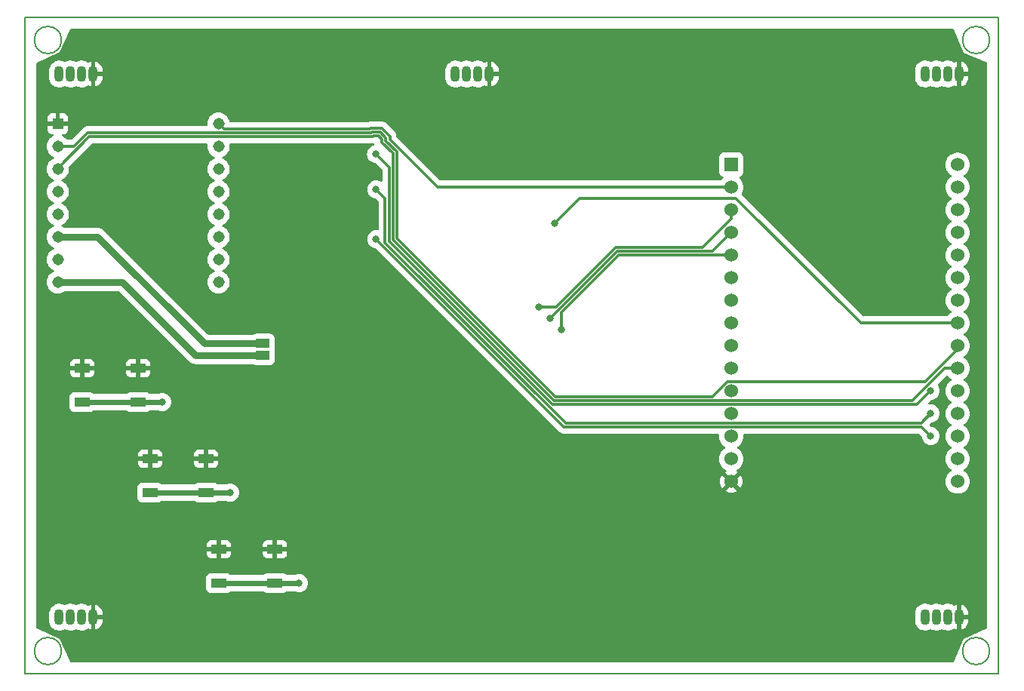
<source format=gtl>
%TF.GenerationSoftware,KiCad,Pcbnew,7.0.2*%
%TF.CreationDate,2023-07-27T00:00:23+05:00*%
%TF.ProjectId,id4,6964342e-6b69-4636-9164-5f7063625858,1*%
%TF.SameCoordinates,Original*%
%TF.FileFunction,Copper,L1,Top*%
%TF.FilePolarity,Positive*%
%FSLAX46Y46*%
G04 Gerber Fmt 4.6, Leading zero omitted, Abs format (unit mm)*
G04 Created by KiCad (PCBNEW 7.0.2) date 2023-07-27 00:00:23*
%MOMM*%
%LPD*%
G01*
G04 APERTURE LIST*
%TA.AperFunction,SMDPad,CuDef*%
%ADD10R,1.700000X1.000000*%
%TD*%
%TA.AperFunction,ComponentPad*%
%ADD11O,1.070000X1.800000*%
%TD*%
%TA.AperFunction,SMDPad,CuDef*%
%ADD12R,1.500000X1.000000*%
%TD*%
%TA.AperFunction,ComponentPad*%
%ADD13R,1.308000X1.308000*%
%TD*%
%TA.AperFunction,ComponentPad*%
%ADD14C,1.308000*%
%TD*%
%TA.AperFunction,ComponentPad*%
%ADD15R,1.524000X1.524000*%
%TD*%
%TA.AperFunction,ComponentPad*%
%ADD16C,1.524000*%
%TD*%
%TA.AperFunction,ViaPad*%
%ADD17C,0.800000*%
%TD*%
%TA.AperFunction,Conductor*%
%ADD18C,0.300000*%
%TD*%
%TA.AperFunction,Conductor*%
%ADD19C,0.600000*%
%TD*%
%TA.AperFunction,Conductor*%
%ADD20C,0.800000*%
%TD*%
%TA.AperFunction,Profile*%
%ADD21C,0.150000*%
%TD*%
%TA.AperFunction,Profile*%
%ADD22C,0.200000*%
%TD*%
G04 APERTURE END LIST*
D10*
%TO.P,SW1,1,1*%
%TO.N,VCC_5*%
X138557000Y-113030000D03*
X144857000Y-113030000D03*
%TO.P,SW1,2,2*%
%TO.N,GPIO_35*%
X138557000Y-116830000D03*
X144857000Y-116830000D03*
%TD*%
D11*
%TO.P,D1,1,RK*%
%TO.N,Net-(D1-RK)*%
X120650000Y-59690000D03*
%TO.P,D1,2,GK*%
%TO.N,Net-(D1-GK)*%
X121920000Y-59690000D03*
%TO.P,D1,3,BK*%
%TO.N,Net-(D1-BK)*%
X123190000Y-59690000D03*
%TO.P,D1,4,A*%
%TO.N,VCC_5*%
X124460000Y-59690000D03*
%TD*%
%TO.P,D5,1,RK*%
%TO.N,Net-(D5-RK)*%
X120650000Y-120650000D03*
%TO.P,D5,2,GK*%
%TO.N,Net-(D5-GK)*%
X121920000Y-120650000D03*
%TO.P,D5,3,BK*%
%TO.N,Net-(D5-BK)*%
X123190000Y-120650000D03*
%TO.P,D5,4,A*%
%TO.N,VCC_5*%
X124460000Y-120650000D03*
%TD*%
%TO.P,D4,1,RK*%
%TO.N,Net-(D4-RK)*%
X217805000Y-120650000D03*
%TO.P,D4,2,GK*%
%TO.N,Net-(D4-GK)*%
X219075000Y-120650000D03*
%TO.P,D4,3,BK*%
%TO.N,Net-(D4-BK)*%
X220345000Y-120650000D03*
%TO.P,D4,4,A*%
%TO.N,VCC_5*%
X221615000Y-120650000D03*
%TD*%
%TO.P,D3,1,RK*%
%TO.N,Net-(D3-RK)*%
X217805000Y-59690000D03*
%TO.P,D3,2,GK*%
%TO.N,Net-(D3-GK)*%
X219075000Y-59690000D03*
%TO.P,D3,3,BK*%
%TO.N,Net-(D3-BK)*%
X220345000Y-59690000D03*
%TO.P,D3,4,A*%
%TO.N,VCC_5*%
X221615000Y-59690000D03*
%TD*%
D12*
%TO.P,dynamic1,1,1*%
%TO.N,Net-(U2-SPK1)*%
X143500000Y-89950000D03*
%TO.P,dynamic1,2,2*%
%TO.N,Net-(U2-SPK2)*%
X143500000Y-91250000D03*
%TD*%
D10*
%TO.P,SW2,1,1*%
%TO.N,VCC_5*%
X123215000Y-92715000D03*
X129515000Y-92715000D03*
%TO.P,SW2,2,2*%
%TO.N,GPIO_39*%
X123215000Y-96515000D03*
X129515000Y-96515000D03*
%TD*%
D13*
%TO.P,U2,1,VCC*%
%TO.N,VCC_5*%
X120483000Y-65278000D03*
D14*
%TO.P,U2,2,RX*%
%TO.N,GPIO_17*%
X120483000Y-67818000D03*
%TO.P,U2,3,TX*%
%TO.N,GPIO_16*%
X120483000Y-70358000D03*
%TO.P,U2,4,DAC_R*%
%TO.N,unconnected-(U2-DAC_R-Pad4)*%
X120483000Y-72898000D03*
%TO.P,U2,5,DAC_L*%
%TO.N,unconnected-(U2-DAC_L-Pad5)*%
X120483000Y-75438000D03*
%TO.P,U2,6,SPK1*%
%TO.N,Net-(U2-SPK1)*%
X120483000Y-77978000D03*
%TO.P,U2,7,GND*%
%TO.N,GND*%
X120483000Y-80518000D03*
%TO.P,U2,8,SPK2*%
%TO.N,Net-(U2-SPK2)*%
X120483000Y-83058000D03*
%TO.P,U2,9,IO1*%
%TO.N,unconnected-(U2-IO1-Pad9)*%
X138517000Y-83058000D03*
%TO.P,U2,10,GND*%
%TO.N,GND*%
X138517000Y-80518000D03*
%TO.P,U2,11,IO2*%
%TO.N,unconnected-(U2-IO2-Pad11)*%
X138517000Y-77978000D03*
%TO.P,U2,12,ADKEY1*%
%TO.N,unconnected-(U2-ADKEY1-Pad12)*%
X138517000Y-75438000D03*
%TO.P,U2,13,ADKEY2*%
%TO.N,unconnected-(U2-ADKEY2-Pad13)*%
X138517000Y-72898000D03*
%TO.P,U2,14,USB+*%
%TO.N,unconnected-(U2-USB+-Pad14)*%
X138517000Y-70358000D03*
%TO.P,U2,15,USB-*%
%TO.N,unconnected-(U2-USB--Pad15)*%
X138517000Y-67818000D03*
%TO.P,U2,16,BUSY*%
%TO.N,GPIO_36*%
X138517000Y-65278000D03*
%TD*%
D15*
%TO.P,U1,1,EN*%
%TO.N,unconnected-(U1-EN-Pad1)*%
X196050000Y-69875800D03*
D16*
%TO.P,U1,2,SENSOR_VP*%
%TO.N,GPIO_36*%
X196050000Y-72415800D03*
%TO.P,U1,3,SENSOR_VN*%
%TO.N,GPIO_39*%
X196050000Y-74955800D03*
%TO.P,U1,4,IO34*%
%TO.N,GPIO_34*%
X196050000Y-77495800D03*
%TO.P,U1,5,IO35*%
%TO.N,GPIO_35*%
X196050000Y-80035800D03*
%TO.P,U1,6,IO32*%
%TO.N,GPIO_32*%
X196050000Y-82575800D03*
%TO.P,U1,7,IO33*%
%TO.N,GPIO_33*%
X196050000Y-85115800D03*
%TO.P,U1,8,IO25*%
%TO.N,unconnected-(U1-IO25-Pad8)*%
X196050000Y-87655800D03*
%TO.P,U1,9,IO26*%
%TO.N,unconnected-(U1-IO26-Pad9)*%
X196050000Y-90195800D03*
%TO.P,U1,10,IO27*%
%TO.N,GPIO_27*%
X196050000Y-92735800D03*
%TO.P,U1,11,IO14*%
%TO.N,GPIO_14*%
X196050000Y-95275800D03*
%TO.P,U1,12,IO12*%
%TO.N,GPIO_12*%
X196050000Y-97815800D03*
%TO.P,U1,13,IO13*%
%TO.N,GPIO_13*%
X196050000Y-100355800D03*
%TO.P,U1,14,GND*%
%TO.N,GND*%
X196050000Y-102895800D03*
%TO.P,U1,15,VIN*%
%TO.N,VCC_5*%
X196050000Y-105435800D03*
%TO.P,U1,16,3V3*%
%TO.N,unconnected-(U1-3V3-Pad16)*%
X221450000Y-105435800D03*
%TO.P,U1,17,GND*%
%TO.N,GND*%
X221450000Y-102895800D03*
%TO.P,U1,18,IO15*%
%TO.N,GPIO_15*%
X221450000Y-100355800D03*
%TO.P,U1,19,IO2*%
%TO.N,GPIO_2*%
X221450000Y-97815800D03*
%TO.P,U1,20,IO4*%
%TO.N,GPIO_4*%
X221450000Y-95275800D03*
%TO.P,U1,21,IO16*%
%TO.N,GPIO_16*%
X221450000Y-92735800D03*
%TO.P,U1,22,IO17*%
%TO.N,GPIO_17*%
X221450000Y-90195800D03*
%TO.P,U1,23,IO5*%
%TO.N,GPIO_5*%
X221450000Y-87655800D03*
%TO.P,U1,24,IO18*%
%TO.N,GPIO_18*%
X221450000Y-85115800D03*
%TO.P,U1,25,IO19*%
%TO.N,GPIO_19*%
X221450000Y-82575800D03*
%TO.P,U1,26,IO21*%
%TO.N,GPIO_21*%
X221450000Y-80035800D03*
%TO.P,U1,27,RXD0/IO3*%
%TO.N,unconnected-(U1-RXD0{slash}IO3-Pad27)*%
X221450000Y-77495800D03*
%TO.P,U1,28,TXD0/IO1*%
%TO.N,unconnected-(U1-TXD0{slash}IO1-Pad28)*%
X221450000Y-74955800D03*
%TO.P,U1,29,IO22*%
%TO.N,GPIO_22*%
X221450000Y-72415800D03*
%TO.P,U1,30,IO23*%
%TO.N,GPIO_23*%
X221450000Y-69875800D03*
%TD*%
D10*
%TO.P,SW3,1,1*%
%TO.N,VCC_5*%
X130835000Y-102875000D03*
X137135000Y-102875000D03*
%TO.P,SW3,2,2*%
%TO.N,GPIO_34*%
X130835000Y-106675000D03*
X137135000Y-106675000D03*
%TD*%
D11*
%TO.P,D2,1,RK*%
%TO.N,Net-(D2-RK)*%
X165100000Y-59690000D03*
%TO.P,D2,2,GK*%
%TO.N,Net-(D2-GK)*%
X166370000Y-59690000D03*
%TO.P,D2,3,BK*%
%TO.N,Net-(D2-BK)*%
X167640000Y-59690000D03*
%TO.P,D2,4,A*%
%TO.N,VCC_5*%
X168910000Y-59690000D03*
%TD*%
D17*
%TO.N,GPIO_15*%
X218440000Y-100330000D03*
X156210000Y-78232000D03*
%TO.N,GPIO_2*%
X218440000Y-97790000D03*
X156210000Y-72644000D03*
%TO.N,GPIO_4*%
X156184600Y-68681600D03*
X218440000Y-95250000D03*
%TO.N,GPIO_5*%
X176276000Y-76454000D03*
%TO.N,GPIO_35*%
X147574000Y-116840000D03*
X177038000Y-88392000D03*
%TO.N,GPIO_39*%
X132207000Y-96520000D03*
X174498000Y-85852000D03*
%TO.N,GPIO_34*%
X175768000Y-87122000D03*
X139827000Y-106680000D03*
%TD*%
D18*
%TO.N,GPIO_15*%
X218440000Y-100330000D02*
X217424000Y-99314000D01*
X217424000Y-99314000D02*
X177292000Y-99314000D01*
X177292000Y-99314000D02*
X156210000Y-78232000D01*
%TO.N,GPIO_2*%
X157226000Y-78646960D02*
X157226000Y-73660000D01*
X157226000Y-73660000D02*
X156210000Y-72644000D01*
X217341000Y-98889000D02*
X177468040Y-98889000D01*
X218440000Y-97790000D02*
X217341000Y-98889000D01*
X177468040Y-98889000D02*
X157226000Y-78646960D01*
%TO.N,GPIO_4*%
X216916000Y-96774000D02*
X175954080Y-96774000D01*
X157651000Y-70148000D02*
X156184600Y-68681600D01*
X157651000Y-78470920D02*
X157651000Y-70148000D01*
X175954080Y-96774000D02*
X157651000Y-78470920D01*
X218440000Y-95250000D02*
X216916000Y-96774000D01*
%TO.N,GPIO_5*%
X196596000Y-73660000D02*
X210591800Y-87655800D01*
X210591800Y-87655800D02*
X221450000Y-87655800D01*
X176276000Y-76454000D02*
X179070000Y-73660000D01*
X179070000Y-73660000D02*
X196596000Y-73660000D01*
D19*
%TO.N,GPIO_35*%
X144857000Y-116830000D02*
X147564000Y-116830000D01*
D18*
X183455240Y-80035800D02*
X177038000Y-86453040D01*
X196050000Y-80035800D02*
X183455240Y-80035800D01*
X177038000Y-86453040D02*
X177038000Y-88392000D01*
D19*
X138557000Y-116830000D02*
X144857000Y-116830000D01*
X147564000Y-116830000D02*
X147574000Y-116840000D01*
D18*
%TO.N,GPIO_39*%
X176436960Y-85852000D02*
X174498000Y-85852000D01*
D19*
X129520000Y-96520000D02*
X129515000Y-96515000D01*
D18*
X196050000Y-74955800D02*
X196050000Y-75984000D01*
X192848200Y-79185800D02*
X183103160Y-79185800D01*
D19*
X123215000Y-96515000D02*
X129515000Y-96515000D01*
D18*
X183103160Y-79185800D02*
X176436960Y-85852000D01*
X196050000Y-75984000D02*
X192848200Y-79185800D01*
D19*
X132207000Y-96520000D02*
X129520000Y-96520000D01*
%TO.N,GPIO_34*%
X139827000Y-106680000D02*
X137140000Y-106680000D01*
X137140000Y-106680000D02*
X137135000Y-106675000D01*
X130835000Y-106675000D02*
X137135000Y-106675000D01*
D18*
X183279200Y-79610800D02*
X175768000Y-87122000D01*
X193935000Y-79610800D02*
X183279200Y-79610800D01*
X196050000Y-77495800D02*
X193935000Y-79610800D01*
%TO.N,GPIO_36*%
X156841675Y-65785000D02*
X157735000Y-66678325D01*
X157735000Y-67031880D02*
X163118920Y-72415800D01*
X155494323Y-65869000D02*
X155578323Y-65785000D01*
X155578323Y-65785000D02*
X156841675Y-65785000D01*
X157735000Y-66678325D02*
X157735000Y-67031880D01*
X163118920Y-72415800D02*
X196050000Y-72415800D01*
X138517000Y-65278000D02*
X139108000Y-65869000D01*
X139108000Y-65869000D02*
X155494323Y-65869000D01*
%TO.N,GPIO_16*%
X158076000Y-78294880D02*
X176130120Y-96349000D01*
X158076000Y-68574960D02*
X158076000Y-78294880D01*
X156885000Y-67030405D02*
X156885000Y-67383960D01*
X120483000Y-70271000D02*
X124035000Y-66719000D01*
X176130120Y-96349000D02*
X216386405Y-96349000D01*
X216386405Y-96349000D02*
X219999605Y-92735800D01*
X120483000Y-70358000D02*
X120483000Y-70271000D01*
X156489595Y-66635000D02*
X156885000Y-67030405D01*
X155846405Y-66719000D02*
X155930405Y-66635000D01*
X155930405Y-66635000D02*
X156489595Y-66635000D01*
X219999605Y-92735800D02*
X221450000Y-92735800D01*
X156885000Y-67383960D02*
X158076000Y-68574960D01*
X124035000Y-66719000D02*
X155846405Y-66719000D01*
%TO.N,GPIO_17*%
X122334960Y-67818000D02*
X123858960Y-66294000D01*
X217794100Y-94238800D02*
X221450000Y-90582900D01*
X158501000Y-68398920D02*
X158501000Y-78118840D01*
X155754364Y-66210000D02*
X156665635Y-66210000D01*
X176306160Y-95924000D02*
X193935260Y-95924000D01*
X157310000Y-66854365D02*
X157310000Y-67207920D01*
X157310000Y-67207920D02*
X158501000Y-68398920D01*
X120483000Y-67818000D02*
X122334960Y-67818000D01*
X193935260Y-95924000D02*
X195620460Y-94238800D01*
X156665635Y-66210000D02*
X157310000Y-66854365D01*
X195620460Y-94238800D02*
X217794100Y-94238800D01*
X221450000Y-90582900D02*
X221450000Y-90195800D01*
X123858960Y-66294000D02*
X155670364Y-66294000D01*
X155670364Y-66294000D02*
X155754364Y-66210000D01*
X158501000Y-78118840D02*
X176306160Y-95924000D01*
D20*
%TO.N,Net-(U2-SPK1)*%
X136940000Y-89950000D02*
X124968000Y-77978000D01*
X124968000Y-77978000D02*
X120483000Y-77978000D01*
X143500000Y-89950000D02*
X136940000Y-89950000D01*
%TO.N,Net-(U2-SPK2)*%
X143500000Y-91250000D02*
X135954000Y-91250000D01*
X127762000Y-83058000D02*
X120483000Y-83058000D01*
X135954000Y-91250000D02*
X127762000Y-83058000D01*
%TD*%
%TA.AperFunction,Conductor*%
%TO.N,VCC_5*%
G36*
X220965274Y-54629685D02*
G01*
X221011029Y-54682489D01*
X221012204Y-54685143D01*
X222123000Y-57277000D01*
X224607629Y-58341841D01*
X224714846Y-58387791D01*
X224768711Y-58432292D01*
X224789966Y-58498850D01*
X224790000Y-58501765D01*
X224789999Y-121838638D01*
X224770314Y-121905677D01*
X224717510Y-121951432D01*
X224715363Y-121952389D01*
X222097600Y-123088400D01*
X222097599Y-123088400D01*
X221012021Y-125654315D01*
X220967771Y-125708387D01*
X220901312Y-125729951D01*
X220897821Y-125730000D01*
X121998692Y-125730000D01*
X121931653Y-125710315D01*
X121886495Y-125658799D01*
X120700800Y-123139200D01*
X120700799Y-123139199D01*
X118181201Y-121953505D01*
X118128924Y-121907149D01*
X118110000Y-121841308D01*
X118110000Y-121069091D01*
X119514500Y-121069091D01*
X119514779Y-121072021D01*
X119514780Y-121072025D01*
X119529948Y-121230874D01*
X119591043Y-121438944D01*
X119690408Y-121631684D01*
X119690410Y-121631687D01*
X119690412Y-121631690D01*
X119824462Y-121802149D01*
X119957050Y-121917037D01*
X119988350Y-121944159D01*
X120089998Y-122002845D01*
X120176151Y-122052585D01*
X120381078Y-122123511D01*
X120595725Y-122154373D01*
X120812334Y-122144055D01*
X121023075Y-122092929D01*
X121111416Y-122052585D01*
X121231104Y-121997926D01*
X121231917Y-121999707D01*
X121283971Y-121981686D01*
X121351871Y-121998152D01*
X121446151Y-122052585D01*
X121651078Y-122123511D01*
X121865725Y-122154373D01*
X122082334Y-122144055D01*
X122293075Y-122092929D01*
X122381416Y-122052585D01*
X122501104Y-121997926D01*
X122501917Y-121999707D01*
X122553971Y-121981686D01*
X122621871Y-121998152D01*
X122716151Y-122052585D01*
X122921078Y-122123511D01*
X123135725Y-122154373D01*
X123352334Y-122144055D01*
X123563075Y-122092929D01*
X123760332Y-122002845D01*
X123848743Y-121939887D01*
X123914765Y-121917037D01*
X123979120Y-121931538D01*
X124062003Y-121975840D01*
X124210000Y-122020734D01*
X124210000Y-121546252D01*
X124218881Y-121500168D01*
X124284460Y-121336362D01*
X124325500Y-121123427D01*
X124325500Y-120919620D01*
X124403920Y-120950000D01*
X124487802Y-120950000D01*
X124570250Y-120934588D01*
X124626111Y-120900000D01*
X124710000Y-120900000D01*
X124710000Y-122020734D01*
X124857996Y-121975840D01*
X125037795Y-121879735D01*
X125195397Y-121750397D01*
X125324735Y-121592795D01*
X125420839Y-121412998D01*
X125480025Y-121217892D01*
X125494680Y-121069091D01*
X216669500Y-121069091D01*
X216669779Y-121072021D01*
X216669780Y-121072025D01*
X216684948Y-121230874D01*
X216746043Y-121438944D01*
X216845408Y-121631684D01*
X216845410Y-121631687D01*
X216845412Y-121631690D01*
X216979462Y-121802149D01*
X217112050Y-121917037D01*
X217143350Y-121944159D01*
X217244998Y-122002845D01*
X217331151Y-122052585D01*
X217536078Y-122123511D01*
X217750725Y-122154373D01*
X217967334Y-122144055D01*
X218178075Y-122092929D01*
X218266416Y-122052585D01*
X218386104Y-121997926D01*
X218386917Y-121999707D01*
X218438971Y-121981686D01*
X218506871Y-121998152D01*
X218601151Y-122052585D01*
X218806078Y-122123511D01*
X219020725Y-122154373D01*
X219237334Y-122144055D01*
X219448075Y-122092929D01*
X219536416Y-122052585D01*
X219656104Y-121997926D01*
X219656917Y-121999707D01*
X219708971Y-121981686D01*
X219776871Y-121998152D01*
X219871151Y-122052585D01*
X220076078Y-122123511D01*
X220290725Y-122154373D01*
X220507334Y-122144055D01*
X220718075Y-122092929D01*
X220915332Y-122002845D01*
X221003743Y-121939887D01*
X221069765Y-121917037D01*
X221134120Y-121931538D01*
X221217003Y-121975840D01*
X221365000Y-122020734D01*
X221365000Y-121546252D01*
X221373881Y-121500168D01*
X221439460Y-121336362D01*
X221480500Y-121123427D01*
X221480500Y-120919620D01*
X221558920Y-120950000D01*
X221642802Y-120950000D01*
X221725250Y-120934588D01*
X221781111Y-120900000D01*
X221865000Y-120900000D01*
X221865000Y-122020734D01*
X222012996Y-121975840D01*
X222192795Y-121879735D01*
X222350397Y-121750397D01*
X222479735Y-121592795D01*
X222575839Y-121412998D01*
X222635025Y-121217892D01*
X222649701Y-121068882D01*
X222650000Y-121062798D01*
X222650000Y-120900000D01*
X221865000Y-120900000D01*
X221781111Y-120900000D01*
X221820610Y-120875543D01*
X221888201Y-120786038D01*
X221918895Y-120678160D01*
X221908546Y-120566479D01*
X221858552Y-120466078D01*
X221775666Y-120390516D01*
X221671080Y-120350000D01*
X221587198Y-120350000D01*
X221504750Y-120365412D01*
X221480500Y-120380427D01*
X221480500Y-120230909D01*
X221465052Y-120069128D01*
X221403957Y-119861058D01*
X221394006Y-119841756D01*
X221378784Y-119812228D01*
X221365000Y-119755409D01*
X221365000Y-119279264D01*
X221865000Y-119279264D01*
X221865000Y-120400000D01*
X222650000Y-120400000D01*
X222650000Y-120237201D01*
X222649701Y-120231117D01*
X222635025Y-120082107D01*
X222575839Y-119887001D01*
X222479735Y-119707204D01*
X222350397Y-119549602D01*
X222192795Y-119420264D01*
X222012994Y-119324157D01*
X221865001Y-119279264D01*
X221865000Y-119279264D01*
X221365000Y-119279264D01*
X221364999Y-119279264D01*
X221217007Y-119324157D01*
X221139496Y-119365587D01*
X221071093Y-119379828D01*
X221018180Y-119359552D01*
X221016905Y-119361762D01*
X220818850Y-119247415D01*
X220613921Y-119176488D01*
X220399276Y-119145627D01*
X220399275Y-119145627D01*
X220290970Y-119150785D01*
X220182665Y-119155945D01*
X219971925Y-119207071D01*
X219763897Y-119302074D01*
X219763084Y-119300294D01*
X219711012Y-119318314D01*
X219643118Y-119301841D01*
X219548850Y-119247415D01*
X219343921Y-119176488D01*
X219129276Y-119145627D01*
X219129275Y-119145627D01*
X219020970Y-119150785D01*
X218912665Y-119155945D01*
X218701925Y-119207071D01*
X218493897Y-119302074D01*
X218493084Y-119300294D01*
X218441012Y-119318314D01*
X218373118Y-119301841D01*
X218278850Y-119247415D01*
X218073921Y-119176488D01*
X217859276Y-119145627D01*
X217859275Y-119145627D01*
X217750970Y-119150785D01*
X217642665Y-119155945D01*
X217431925Y-119207071D01*
X217234664Y-119297156D01*
X217058025Y-119422941D01*
X216908376Y-119579889D01*
X216791137Y-119762314D01*
X216710539Y-119963640D01*
X216669500Y-120176571D01*
X216669500Y-120176573D01*
X216669500Y-121069091D01*
X125494680Y-121069091D01*
X125494701Y-121068882D01*
X125495000Y-121062798D01*
X125495000Y-120900000D01*
X124710000Y-120900000D01*
X124626111Y-120900000D01*
X124665610Y-120875543D01*
X124733201Y-120786038D01*
X124763895Y-120678160D01*
X124753546Y-120566479D01*
X124703552Y-120466078D01*
X124620666Y-120390516D01*
X124516080Y-120350000D01*
X124432198Y-120350000D01*
X124349750Y-120365412D01*
X124325499Y-120380427D01*
X124325500Y-120230909D01*
X124310052Y-120069128D01*
X124248957Y-119861058D01*
X124223783Y-119812228D01*
X124209999Y-119755409D01*
X124209999Y-119279264D01*
X124710000Y-119279264D01*
X124710000Y-120400000D01*
X125495000Y-120400000D01*
X125495000Y-120237201D01*
X125494701Y-120231117D01*
X125480025Y-120082107D01*
X125420839Y-119887001D01*
X125324735Y-119707204D01*
X125195397Y-119549602D01*
X125037795Y-119420264D01*
X124857994Y-119324157D01*
X124710001Y-119279264D01*
X124710000Y-119279264D01*
X124209999Y-119279264D01*
X124062007Y-119324157D01*
X123984496Y-119365587D01*
X123916093Y-119379828D01*
X123863180Y-119359552D01*
X123861905Y-119361762D01*
X123663850Y-119247415D01*
X123458921Y-119176488D01*
X123244276Y-119145627D01*
X123244275Y-119145627D01*
X123135970Y-119150786D01*
X123027665Y-119155945D01*
X122816925Y-119207071D01*
X122608897Y-119302074D01*
X122608084Y-119300294D01*
X122556012Y-119318314D01*
X122488118Y-119301841D01*
X122393850Y-119247415D01*
X122188921Y-119176488D01*
X121974276Y-119145627D01*
X121974275Y-119145627D01*
X121865970Y-119150786D01*
X121757665Y-119155945D01*
X121546925Y-119207071D01*
X121338897Y-119302074D01*
X121338084Y-119300294D01*
X121286012Y-119318314D01*
X121218118Y-119301841D01*
X121123850Y-119247415D01*
X120918921Y-119176488D01*
X120704276Y-119145627D01*
X120704275Y-119145627D01*
X120595970Y-119150786D01*
X120487665Y-119155945D01*
X120276925Y-119207071D01*
X120079664Y-119297156D01*
X119903025Y-119422941D01*
X119753376Y-119579889D01*
X119636137Y-119762314D01*
X119555539Y-119963640D01*
X119514500Y-120176571D01*
X119514500Y-120176573D01*
X119514500Y-121069091D01*
X118110000Y-121069091D01*
X118110000Y-117365320D01*
X137106500Y-117365320D01*
X137106501Y-117369360D01*
X137107029Y-117373373D01*
X137107030Y-117373384D01*
X137121955Y-117486760D01*
X137182464Y-117632841D01*
X137278717Y-117758282D01*
X137392176Y-117845341D01*
X137404159Y-117854536D01*
X137550238Y-117915044D01*
X137667639Y-117930500D01*
X139446360Y-117930499D01*
X139563762Y-117915044D01*
X139709841Y-117854536D01*
X139796214Y-117788259D01*
X139838095Y-117756124D01*
X139903264Y-117730930D01*
X139913581Y-117730500D01*
X143500419Y-117730500D01*
X143567458Y-117750185D01*
X143575905Y-117756124D01*
X143692176Y-117845341D01*
X143704159Y-117854536D01*
X143850238Y-117915044D01*
X143967639Y-117930500D01*
X145746360Y-117930499D01*
X145863762Y-117915044D01*
X146009841Y-117854536D01*
X146096214Y-117788259D01*
X146138095Y-117756124D01*
X146203264Y-117730930D01*
X146213581Y-117730500D01*
X147086533Y-117730500D01*
X147144985Y-117745141D01*
X147189273Y-117768814D01*
X147377868Y-117826024D01*
X147574000Y-117845341D01*
X147770132Y-117826024D01*
X147958727Y-117768814D01*
X148132538Y-117675910D01*
X148284883Y-117550883D01*
X148409910Y-117398538D01*
X148502814Y-117224727D01*
X148560024Y-117036132D01*
X148579341Y-116840000D01*
X148560024Y-116643868D01*
X148502814Y-116455273D01*
X148409910Y-116281462D01*
X148284883Y-116129117D01*
X148132538Y-116004090D01*
X148110091Y-115992091D01*
X147958726Y-115911185D01*
X147770133Y-115853976D01*
X147574000Y-115834659D01*
X147377866Y-115853976D01*
X147189274Y-115911185D01*
X147185422Y-115913244D01*
X147182400Y-115914859D01*
X147123950Y-115929500D01*
X146213581Y-115929500D01*
X146146542Y-115909815D01*
X146138095Y-115903876D01*
X146009840Y-115805463D01*
X145863762Y-115744956D01*
X145750380Y-115730029D01*
X145750378Y-115730028D01*
X145746361Y-115729500D01*
X145742307Y-115729500D01*
X143971694Y-115729500D01*
X143971678Y-115729500D01*
X143967640Y-115729501D01*
X143963627Y-115730029D01*
X143963615Y-115730030D01*
X143850239Y-115744955D01*
X143704158Y-115805464D01*
X143575905Y-115903876D01*
X143510736Y-115929070D01*
X143500419Y-115929500D01*
X139913581Y-115929500D01*
X139846542Y-115909815D01*
X139838095Y-115903876D01*
X139709840Y-115805463D01*
X139563762Y-115744956D01*
X139450380Y-115730029D01*
X139450378Y-115730028D01*
X139446361Y-115729500D01*
X139442307Y-115729500D01*
X137671694Y-115729500D01*
X137671678Y-115729500D01*
X137667640Y-115729501D01*
X137663627Y-115730029D01*
X137663615Y-115730030D01*
X137550239Y-115744955D01*
X137404158Y-115805464D01*
X137278717Y-115901717D01*
X137182463Y-116027159D01*
X137121956Y-116173237D01*
X137121956Y-116173238D01*
X137106500Y-116290639D01*
X137106500Y-116294691D01*
X137106500Y-116294692D01*
X137106500Y-117365305D01*
X137106500Y-117365320D01*
X118110000Y-117365320D01*
X118110000Y-113280000D01*
X137207000Y-113280000D01*
X137207000Y-113574518D01*
X137207354Y-113581132D01*
X137213400Y-113637371D01*
X137263647Y-113772089D01*
X137349811Y-113887188D01*
X137464910Y-113973352D01*
X137599628Y-114023599D01*
X137655867Y-114029645D01*
X137662482Y-114030000D01*
X138307000Y-114030000D01*
X138307000Y-113280000D01*
X138807000Y-113280000D01*
X138807000Y-114030000D01*
X139451518Y-114030000D01*
X139458132Y-114029645D01*
X139514371Y-114023599D01*
X139649089Y-113973352D01*
X139764188Y-113887188D01*
X139850352Y-113772089D01*
X139900599Y-113637371D01*
X139906645Y-113581132D01*
X139907000Y-113574518D01*
X139907000Y-113280000D01*
X143507000Y-113280000D01*
X143507000Y-113574518D01*
X143507354Y-113581132D01*
X143513400Y-113637371D01*
X143563647Y-113772089D01*
X143649811Y-113887188D01*
X143764910Y-113973352D01*
X143899628Y-114023599D01*
X143955867Y-114029645D01*
X143962482Y-114030000D01*
X144607000Y-114030000D01*
X144607000Y-113280000D01*
X145107000Y-113280000D01*
X145107000Y-114030000D01*
X145751518Y-114030000D01*
X145758132Y-114029645D01*
X145814371Y-114023599D01*
X145949089Y-113973352D01*
X146064188Y-113887188D01*
X146150352Y-113772089D01*
X146200599Y-113637371D01*
X146206645Y-113581132D01*
X146207000Y-113574518D01*
X146207000Y-113280000D01*
X145107000Y-113280000D01*
X144607000Y-113280000D01*
X143507000Y-113280000D01*
X139907000Y-113280000D01*
X138807000Y-113280000D01*
X138307000Y-113280000D01*
X137207000Y-113280000D01*
X118110000Y-113280000D01*
X118110000Y-112780000D01*
X137207000Y-112780000D01*
X138307000Y-112780000D01*
X138307000Y-112030000D01*
X138807000Y-112030000D01*
X138807000Y-112780000D01*
X139907000Y-112780000D01*
X143507000Y-112780000D01*
X144607000Y-112780000D01*
X144607000Y-112030000D01*
X145107000Y-112030000D01*
X145107000Y-112780000D01*
X146207000Y-112780000D01*
X146207000Y-112485481D01*
X146206645Y-112478867D01*
X146200599Y-112422628D01*
X146150352Y-112287910D01*
X146064188Y-112172811D01*
X145949089Y-112086647D01*
X145814371Y-112036400D01*
X145758132Y-112030354D01*
X145751518Y-112030000D01*
X145107000Y-112030000D01*
X144607000Y-112030000D01*
X143962482Y-112030000D01*
X143955867Y-112030354D01*
X143899628Y-112036400D01*
X143764910Y-112086647D01*
X143649811Y-112172811D01*
X143563647Y-112287910D01*
X143513400Y-112422628D01*
X143507354Y-112478867D01*
X143507000Y-112485481D01*
X143507000Y-112780000D01*
X139907000Y-112780000D01*
X139907000Y-112485481D01*
X139906645Y-112478867D01*
X139900599Y-112422628D01*
X139850352Y-112287910D01*
X139764188Y-112172811D01*
X139649089Y-112086647D01*
X139514371Y-112036400D01*
X139458132Y-112030354D01*
X139451518Y-112030000D01*
X138807000Y-112030000D01*
X138307000Y-112030000D01*
X137662482Y-112030000D01*
X137655867Y-112030354D01*
X137599628Y-112036400D01*
X137464910Y-112086647D01*
X137349811Y-112172811D01*
X137263647Y-112287910D01*
X137213400Y-112422628D01*
X137207354Y-112478867D01*
X137207000Y-112485481D01*
X137207000Y-112780000D01*
X118110000Y-112780000D01*
X118110000Y-107210320D01*
X129384500Y-107210320D01*
X129384501Y-107214360D01*
X129385029Y-107218373D01*
X129385030Y-107218384D01*
X129399955Y-107331760D01*
X129460464Y-107477841D01*
X129556717Y-107603282D01*
X129563927Y-107608814D01*
X129682159Y-107699536D01*
X129828238Y-107760044D01*
X129945639Y-107775500D01*
X131724360Y-107775499D01*
X131841762Y-107760044D01*
X131987841Y-107699536D01*
X132106073Y-107608814D01*
X132116095Y-107601124D01*
X132181264Y-107575930D01*
X132191581Y-107575500D01*
X135778419Y-107575500D01*
X135845458Y-107595185D01*
X135853905Y-107601124D01*
X135863927Y-107608814D01*
X135982159Y-107699536D01*
X136128238Y-107760044D01*
X136245639Y-107775500D01*
X138024360Y-107775499D01*
X138141762Y-107760044D01*
X138287841Y-107699536D01*
X138406073Y-107608814D01*
X138409579Y-107606124D01*
X138474748Y-107580930D01*
X138485065Y-107580500D01*
X139358242Y-107580500D01*
X139416693Y-107595141D01*
X139442273Y-107608814D01*
X139630868Y-107666024D01*
X139827000Y-107685341D01*
X140023132Y-107666024D01*
X140211727Y-107608814D01*
X140385538Y-107515910D01*
X140537883Y-107390883D01*
X140662910Y-107238538D01*
X140755814Y-107064727D01*
X140813024Y-106876132D01*
X140832341Y-106680000D01*
X140813024Y-106483868D01*
X140755814Y-106295273D01*
X140662910Y-106121462D01*
X140537883Y-105969117D01*
X140385538Y-105844090D01*
X140334482Y-105816800D01*
X140211726Y-105751185D01*
X140023133Y-105693976D01*
X139925066Y-105684317D01*
X139827000Y-105674659D01*
X139826999Y-105674659D01*
X139630866Y-105693976D01*
X139442273Y-105751185D01*
X139426129Y-105759815D01*
X139416693Y-105764858D01*
X139358242Y-105779500D01*
X138498097Y-105779500D01*
X138431058Y-105759815D01*
X138422611Y-105753876D01*
X138287840Y-105650463D01*
X138141762Y-105589956D01*
X138028380Y-105575029D01*
X138028378Y-105575028D01*
X138024361Y-105574500D01*
X138020307Y-105574500D01*
X136249694Y-105574500D01*
X136249678Y-105574500D01*
X136245640Y-105574501D01*
X136241627Y-105575029D01*
X136241615Y-105575030D01*
X136128239Y-105589955D01*
X135982158Y-105650464D01*
X135853905Y-105748876D01*
X135788736Y-105774070D01*
X135778419Y-105774500D01*
X132191581Y-105774500D01*
X132124542Y-105754815D01*
X132116095Y-105748876D01*
X131987840Y-105650463D01*
X131841762Y-105589956D01*
X131728380Y-105575029D01*
X131728378Y-105575028D01*
X131724361Y-105574500D01*
X131720307Y-105574500D01*
X129949694Y-105574500D01*
X129949678Y-105574500D01*
X129945640Y-105574501D01*
X129941627Y-105575029D01*
X129941615Y-105575030D01*
X129828239Y-105589955D01*
X129682158Y-105650464D01*
X129556717Y-105746717D01*
X129460463Y-105872159D01*
X129399956Y-106018237D01*
X129399956Y-106018238D01*
X129384500Y-106135639D01*
X129384500Y-106139691D01*
X129384500Y-106139692D01*
X129384500Y-107210305D01*
X129384500Y-107210320D01*
X118110000Y-107210320D01*
X118110000Y-103125000D01*
X129485000Y-103125000D01*
X129485000Y-103419518D01*
X129485354Y-103426132D01*
X129491400Y-103482371D01*
X129541647Y-103617089D01*
X129627811Y-103732188D01*
X129742910Y-103818352D01*
X129877628Y-103868599D01*
X129933867Y-103874645D01*
X129940482Y-103875000D01*
X130585000Y-103875000D01*
X130585000Y-103125000D01*
X131085000Y-103125000D01*
X131085000Y-103875000D01*
X131729518Y-103875000D01*
X131736132Y-103874645D01*
X131792371Y-103868599D01*
X131927089Y-103818352D01*
X132042188Y-103732188D01*
X132128352Y-103617089D01*
X132178599Y-103482371D01*
X132184645Y-103426132D01*
X132185000Y-103419518D01*
X132185000Y-103125000D01*
X135785000Y-103125000D01*
X135785000Y-103419518D01*
X135785354Y-103426132D01*
X135791400Y-103482371D01*
X135841647Y-103617089D01*
X135927811Y-103732188D01*
X136042910Y-103818352D01*
X136177628Y-103868599D01*
X136233867Y-103874645D01*
X136240482Y-103875000D01*
X136885000Y-103875000D01*
X136885000Y-103125000D01*
X137385000Y-103125000D01*
X137385000Y-103875000D01*
X138029518Y-103875000D01*
X138036132Y-103874645D01*
X138092371Y-103868599D01*
X138227089Y-103818352D01*
X138342188Y-103732188D01*
X138428352Y-103617089D01*
X138478599Y-103482371D01*
X138484645Y-103426132D01*
X138485000Y-103419518D01*
X138485000Y-103125000D01*
X137385000Y-103125000D01*
X136885000Y-103125000D01*
X135785000Y-103125000D01*
X132185000Y-103125000D01*
X131085000Y-103125000D01*
X130585000Y-103125000D01*
X129485000Y-103125000D01*
X118110000Y-103125000D01*
X118110000Y-102625000D01*
X129485000Y-102625000D01*
X130585000Y-102625000D01*
X130585000Y-101875000D01*
X131085000Y-101875000D01*
X131085000Y-102625000D01*
X132185000Y-102625000D01*
X135785000Y-102625000D01*
X136885000Y-102625000D01*
X136885000Y-101875000D01*
X137385000Y-101875000D01*
X137385000Y-102625000D01*
X138485000Y-102625000D01*
X138485000Y-102330481D01*
X138484645Y-102323867D01*
X138478599Y-102267628D01*
X138428352Y-102132910D01*
X138342188Y-102017811D01*
X138227089Y-101931647D01*
X138092371Y-101881400D01*
X138036132Y-101875354D01*
X138029518Y-101875000D01*
X137385000Y-101875000D01*
X136885000Y-101875000D01*
X136240482Y-101875000D01*
X136233867Y-101875354D01*
X136177628Y-101881400D01*
X136042910Y-101931647D01*
X135927811Y-102017811D01*
X135841647Y-102132910D01*
X135791400Y-102267628D01*
X135785354Y-102323867D01*
X135785000Y-102330481D01*
X135785000Y-102625000D01*
X132185000Y-102625000D01*
X132185000Y-102330481D01*
X132184645Y-102323867D01*
X132178599Y-102267628D01*
X132128352Y-102132910D01*
X132042188Y-102017811D01*
X131927089Y-101931647D01*
X131792371Y-101881400D01*
X131736132Y-101875354D01*
X131729518Y-101875000D01*
X131085000Y-101875000D01*
X130585000Y-101875000D01*
X129940482Y-101875000D01*
X129933867Y-101875354D01*
X129877628Y-101881400D01*
X129742910Y-101931647D01*
X129627811Y-102017811D01*
X129541647Y-102132910D01*
X129491400Y-102267628D01*
X129485354Y-102323867D01*
X129485000Y-102330481D01*
X129485000Y-102625000D01*
X118110000Y-102625000D01*
X118110000Y-97050320D01*
X121764500Y-97050320D01*
X121764501Y-97054360D01*
X121765029Y-97058373D01*
X121765030Y-97058384D01*
X121779955Y-97171760D01*
X121840464Y-97317841D01*
X121936717Y-97443282D01*
X122048805Y-97529289D01*
X122062159Y-97539536D01*
X122208238Y-97600044D01*
X122325639Y-97615500D01*
X124104360Y-97615499D01*
X124221762Y-97600044D01*
X124367841Y-97539536D01*
X124454214Y-97473259D01*
X124496095Y-97441124D01*
X124561264Y-97415930D01*
X124571581Y-97415500D01*
X128158419Y-97415500D01*
X128225458Y-97435185D01*
X128233905Y-97441124D01*
X128348805Y-97529289D01*
X128362159Y-97539536D01*
X128508238Y-97600044D01*
X128625639Y-97615500D01*
X130404360Y-97615499D01*
X130521762Y-97600044D01*
X130667841Y-97539536D01*
X130744119Y-97481005D01*
X130789579Y-97446124D01*
X130854748Y-97420930D01*
X130865065Y-97420500D01*
X131738242Y-97420500D01*
X131796693Y-97435141D01*
X131822273Y-97448814D01*
X132010868Y-97506024D01*
X132207000Y-97525341D01*
X132403132Y-97506024D01*
X132591727Y-97448814D01*
X132765538Y-97355910D01*
X132917883Y-97230883D01*
X133042910Y-97078538D01*
X133135814Y-96904727D01*
X133193024Y-96716132D01*
X133212341Y-96520000D01*
X133193024Y-96323868D01*
X133135814Y-96135273D01*
X133042910Y-95961462D01*
X132917883Y-95809117D01*
X132765538Y-95684090D01*
X132743091Y-95672092D01*
X132591726Y-95591185D01*
X132403133Y-95533976D01*
X132305065Y-95524317D01*
X132207000Y-95514659D01*
X132206999Y-95514659D01*
X132010866Y-95533976D01*
X131822273Y-95591185D01*
X131808589Y-95598500D01*
X131796693Y-95604858D01*
X131738242Y-95619500D01*
X130878097Y-95619500D01*
X130811058Y-95599815D01*
X130802611Y-95593876D01*
X130667840Y-95490463D01*
X130521762Y-95429956D01*
X130408380Y-95415029D01*
X130408378Y-95415028D01*
X130404361Y-95414500D01*
X130400307Y-95414500D01*
X128629694Y-95414500D01*
X128629678Y-95414500D01*
X128625640Y-95414501D01*
X128621627Y-95415029D01*
X128621615Y-95415030D01*
X128508239Y-95429955D01*
X128362158Y-95490464D01*
X128233905Y-95588876D01*
X128168736Y-95614070D01*
X128158419Y-95614500D01*
X124571581Y-95614500D01*
X124504542Y-95594815D01*
X124496095Y-95588876D01*
X124367840Y-95490463D01*
X124221762Y-95429956D01*
X124108380Y-95415029D01*
X124108378Y-95415028D01*
X124104361Y-95414500D01*
X124100307Y-95414500D01*
X122329694Y-95414500D01*
X122329678Y-95414500D01*
X122325640Y-95414501D01*
X122321627Y-95415029D01*
X122321615Y-95415030D01*
X122208239Y-95429955D01*
X122062158Y-95490464D01*
X121936717Y-95586717D01*
X121840463Y-95712159D01*
X121779956Y-95858237D01*
X121766443Y-95960883D01*
X121764500Y-95975639D01*
X121764500Y-95979691D01*
X121764500Y-95979692D01*
X121764500Y-97050305D01*
X121764500Y-97050320D01*
X118110000Y-97050320D01*
X118110000Y-92965000D01*
X121865000Y-92965000D01*
X121865000Y-93259518D01*
X121865354Y-93266132D01*
X121871400Y-93322371D01*
X121921647Y-93457089D01*
X122007811Y-93572188D01*
X122122910Y-93658352D01*
X122257628Y-93708599D01*
X122313867Y-93714645D01*
X122320482Y-93715000D01*
X122965000Y-93715000D01*
X122965000Y-92965000D01*
X123465000Y-92965000D01*
X123465000Y-93715000D01*
X124109518Y-93715000D01*
X124116132Y-93714645D01*
X124172371Y-93708599D01*
X124307089Y-93658352D01*
X124422188Y-93572188D01*
X124508352Y-93457089D01*
X124558599Y-93322371D01*
X124564645Y-93266132D01*
X124565000Y-93259518D01*
X124565000Y-92965000D01*
X128165000Y-92965000D01*
X128165000Y-93259518D01*
X128165354Y-93266132D01*
X128171400Y-93322371D01*
X128221647Y-93457089D01*
X128307811Y-93572188D01*
X128422910Y-93658352D01*
X128557628Y-93708599D01*
X128613867Y-93714645D01*
X128620482Y-93715000D01*
X129265000Y-93715000D01*
X129265000Y-92965000D01*
X129765000Y-92965000D01*
X129765000Y-93715000D01*
X130409518Y-93715000D01*
X130416132Y-93714645D01*
X130472371Y-93708599D01*
X130607089Y-93658352D01*
X130722188Y-93572188D01*
X130808352Y-93457089D01*
X130858599Y-93322371D01*
X130864645Y-93266132D01*
X130865000Y-93259518D01*
X130865000Y-92965000D01*
X129765000Y-92965000D01*
X129265000Y-92965000D01*
X128165000Y-92965000D01*
X124565000Y-92965000D01*
X123465000Y-92965000D01*
X122965000Y-92965000D01*
X121865000Y-92965000D01*
X118110000Y-92965000D01*
X118110000Y-92465000D01*
X121865000Y-92465000D01*
X122965000Y-92465000D01*
X122965000Y-91715000D01*
X123465000Y-91715000D01*
X123465000Y-92465000D01*
X124565000Y-92465000D01*
X128165000Y-92465000D01*
X129265000Y-92465000D01*
X129265000Y-91715000D01*
X129765000Y-91715000D01*
X129765000Y-92465000D01*
X130865000Y-92465000D01*
X130865000Y-92170481D01*
X130864645Y-92163867D01*
X130858599Y-92107628D01*
X130808352Y-91972910D01*
X130722188Y-91857811D01*
X130607089Y-91771647D01*
X130472371Y-91721400D01*
X130416132Y-91715354D01*
X130409518Y-91715000D01*
X129765000Y-91715000D01*
X129265000Y-91715000D01*
X128620482Y-91715000D01*
X128613867Y-91715354D01*
X128557628Y-91721400D01*
X128422910Y-91771647D01*
X128307811Y-91857811D01*
X128221647Y-91972910D01*
X128171400Y-92107628D01*
X128165354Y-92163867D01*
X128165000Y-92170481D01*
X128165000Y-92465000D01*
X124565000Y-92465000D01*
X124565000Y-92170481D01*
X124564645Y-92163867D01*
X124558599Y-92107628D01*
X124508352Y-91972910D01*
X124422188Y-91857811D01*
X124307089Y-91771647D01*
X124172371Y-91721400D01*
X124116132Y-91715354D01*
X124109518Y-91715000D01*
X123465000Y-91715000D01*
X122965000Y-91715000D01*
X122320482Y-91715000D01*
X122313867Y-91715354D01*
X122257628Y-91721400D01*
X122122910Y-91771647D01*
X122007811Y-91857811D01*
X121921647Y-91972910D01*
X121871400Y-92107628D01*
X121865354Y-92163867D01*
X121865000Y-92170481D01*
X121865000Y-92465000D01*
X118110000Y-92465000D01*
X118110000Y-83057999D01*
X119223707Y-83057999D01*
X119242838Y-83276671D01*
X119242839Y-83276674D01*
X119299653Y-83488703D01*
X119392421Y-83687646D01*
X119518326Y-83867457D01*
X119673543Y-84022674D01*
X119853354Y-84148579D01*
X120052297Y-84241347D01*
X120264326Y-84298161D01*
X120410108Y-84310914D01*
X120482999Y-84317292D01*
X120482999Y-84317291D01*
X120483000Y-84317292D01*
X120701674Y-84298161D01*
X120913703Y-84241347D01*
X121112646Y-84148579D01*
X121138320Y-84130601D01*
X121209267Y-84080925D01*
X121275473Y-84058598D01*
X121280390Y-84058500D01*
X127296217Y-84058500D01*
X127363256Y-84078185D01*
X127383898Y-84094819D01*
X135236449Y-91947370D01*
X135238642Y-91949619D01*
X135298941Y-92013053D01*
X135347358Y-92046752D01*
X135354870Y-92052417D01*
X135388317Y-92079688D01*
X135400593Y-92089698D01*
X135427559Y-92103784D01*
X135440975Y-92111912D01*
X135465951Y-92129295D01*
X135479559Y-92135134D01*
X135520156Y-92152557D01*
X135528654Y-92156592D01*
X135580951Y-92183910D01*
X135595811Y-92188161D01*
X135610191Y-92192276D01*
X135624983Y-92197542D01*
X135652937Y-92209538D01*
X135652942Y-92209540D01*
X135710714Y-92221412D01*
X135719862Y-92223657D01*
X135776582Y-92239887D01*
X135806916Y-92242196D01*
X135822453Y-92244374D01*
X135852259Y-92250500D01*
X135911243Y-92250500D01*
X135920657Y-92250858D01*
X135979477Y-92255337D01*
X136009652Y-92251493D01*
X136025318Y-92250500D01*
X142373742Y-92250500D01*
X142440781Y-92270185D01*
X142446699Y-92274346D01*
X142489033Y-92291881D01*
X142593238Y-92335044D01*
X142710639Y-92350500D01*
X144289360Y-92350499D01*
X144406762Y-92335044D01*
X144552841Y-92274536D01*
X144678282Y-92178282D01*
X144774536Y-92052841D01*
X144835044Y-91906762D01*
X144850500Y-91789361D01*
X144850499Y-90710640D01*
X144846954Y-90683712D01*
X144838065Y-90616183D01*
X144838065Y-90583815D01*
X144840460Y-90565616D01*
X144850500Y-90489361D01*
X144850499Y-89410640D01*
X144835044Y-89293238D01*
X144774536Y-89147159D01*
X144740561Y-89102882D01*
X144678282Y-89021717D01*
X144552840Y-88925463D01*
X144406762Y-88864956D01*
X144293380Y-88850029D01*
X144293378Y-88850028D01*
X144289361Y-88849500D01*
X144285307Y-88849500D01*
X142714694Y-88849500D01*
X142714678Y-88849500D01*
X142710640Y-88849501D01*
X142706627Y-88850029D01*
X142706615Y-88850030D01*
X142593239Y-88864955D01*
X142432077Y-88931711D01*
X142431646Y-88930672D01*
X142384059Y-88949070D01*
X142373742Y-88949500D01*
X137405782Y-88949500D01*
X137338743Y-88929815D01*
X137318101Y-88913181D01*
X125685567Y-77280647D01*
X125683412Y-77278438D01*
X125623059Y-77214947D01*
X125574640Y-77181246D01*
X125567118Y-77175575D01*
X125554004Y-77164882D01*
X125521407Y-77138302D01*
X125521408Y-77138302D01*
X125521405Y-77138300D01*
X125494440Y-77124215D01*
X125481019Y-77116084D01*
X125456049Y-77098705D01*
X125456048Y-77098704D01*
X125456046Y-77098703D01*
X125401845Y-77075443D01*
X125393336Y-77071402D01*
X125341053Y-77044092D01*
X125335126Y-77042396D01*
X125311798Y-77035721D01*
X125297020Y-77030459D01*
X125269058Y-77018460D01*
X125211272Y-77006583D01*
X125202128Y-77004338D01*
X125145421Y-76988113D01*
X125115075Y-76985802D01*
X125099534Y-76983622D01*
X125069742Y-76977500D01*
X125069741Y-76977500D01*
X125010758Y-76977500D01*
X125001344Y-76977142D01*
X124992198Y-76976445D01*
X124942524Y-76972663D01*
X124942523Y-76972663D01*
X124942522Y-76972663D01*
X124912349Y-76976506D01*
X124896683Y-76977500D01*
X121280390Y-76977500D01*
X121213351Y-76957815D01*
X121209267Y-76955075D01*
X121112645Y-76887420D01*
X120968880Y-76820382D01*
X120916440Y-76774210D01*
X120897288Y-76707017D01*
X120917504Y-76640135D01*
X120968880Y-76595618D01*
X121112642Y-76528581D01*
X121112642Y-76528580D01*
X121112646Y-76528579D01*
X121292457Y-76402674D01*
X121447674Y-76247457D01*
X121573579Y-76067646D01*
X121666347Y-75868703D01*
X121723161Y-75656674D01*
X121742292Y-75438000D01*
X121723161Y-75219326D01*
X121666347Y-75007297D01*
X121573579Y-74808354D01*
X121447674Y-74628543D01*
X121292457Y-74473326D01*
X121112646Y-74347421D01*
X121112642Y-74347418D01*
X120968880Y-74280382D01*
X120916440Y-74234210D01*
X120897288Y-74167017D01*
X120917504Y-74100135D01*
X120968880Y-74055618D01*
X121112642Y-73988581D01*
X121112642Y-73988580D01*
X121112646Y-73988579D01*
X121292457Y-73862674D01*
X121447674Y-73707457D01*
X121573579Y-73527646D01*
X121666347Y-73328703D01*
X121723161Y-73116674D01*
X121742292Y-72898000D01*
X121723161Y-72679326D01*
X121666347Y-72467297D01*
X121573579Y-72268354D01*
X121447674Y-72088543D01*
X121292457Y-71933326D01*
X121145243Y-71830246D01*
X121112642Y-71807418D01*
X120968880Y-71740382D01*
X120916440Y-71694210D01*
X120897288Y-71627017D01*
X120917504Y-71560135D01*
X120968880Y-71515618D01*
X121112642Y-71448581D01*
X121112642Y-71448580D01*
X121112646Y-71448579D01*
X121292457Y-71322674D01*
X121447674Y-71167457D01*
X121573579Y-70987646D01*
X121666347Y-70788703D01*
X121723161Y-70576674D01*
X121742292Y-70358000D01*
X121724410Y-70153597D01*
X121738177Y-70085097D01*
X121760254Y-70055112D01*
X124309547Y-67505819D01*
X124370871Y-67472334D01*
X124397229Y-67469500D01*
X137152875Y-67469500D01*
X137219914Y-67489185D01*
X137265669Y-67541989D01*
X137276403Y-67604307D01*
X137257707Y-67818000D01*
X137276838Y-68036671D01*
X137276839Y-68036674D01*
X137333653Y-68248703D01*
X137426421Y-68447646D01*
X137552326Y-68627457D01*
X137707543Y-68782674D01*
X137887354Y-68908579D01*
X137991278Y-68957039D01*
X138031120Y-68975618D01*
X138083559Y-69021790D01*
X138102711Y-69088984D01*
X138082495Y-69155865D01*
X138031120Y-69200382D01*
X137978114Y-69225099D01*
X137887354Y-69267421D01*
X137708747Y-69392483D01*
X137707539Y-69393329D01*
X137552329Y-69548539D01*
X137552326Y-69548542D01*
X137552326Y-69548543D01*
X137444433Y-69702631D01*
X137426420Y-69728356D01*
X137333653Y-69927295D01*
X137276838Y-70139328D01*
X137257707Y-70358000D01*
X137276838Y-70576671D01*
X137303764Y-70677160D01*
X137333653Y-70788703D01*
X137426421Y-70987646D01*
X137552326Y-71167457D01*
X137707543Y-71322674D01*
X137887354Y-71448579D01*
X137998022Y-71500184D01*
X138031120Y-71515618D01*
X138083559Y-71561790D01*
X138102711Y-71628984D01*
X138082495Y-71695865D01*
X138031120Y-71740382D01*
X137936429Y-71784537D01*
X137887354Y-71807421D01*
X137707543Y-71933326D01*
X137707539Y-71933329D01*
X137552329Y-72088539D01*
X137552326Y-72088542D01*
X137552326Y-72088543D01*
X137480746Y-72190771D01*
X137426420Y-72268356D01*
X137333653Y-72467295D01*
X137276838Y-72679328D01*
X137257707Y-72897999D01*
X137276838Y-73116671D01*
X137333653Y-73328704D01*
X137376999Y-73421659D01*
X137426421Y-73527646D01*
X137552326Y-73707457D01*
X137707543Y-73862674D01*
X137887354Y-73988579D01*
X137998022Y-74040184D01*
X138031120Y-74055618D01*
X138083559Y-74101790D01*
X138102711Y-74168984D01*
X138082495Y-74235865D01*
X138031120Y-74280382D01*
X137978114Y-74305099D01*
X137887354Y-74347421D01*
X137769155Y-74430185D01*
X137707539Y-74473329D01*
X137552329Y-74628539D01*
X137552326Y-74628542D01*
X137552326Y-74628543D01*
X137480746Y-74730771D01*
X137426420Y-74808356D01*
X137333653Y-75007295D01*
X137276838Y-75219328D01*
X137257707Y-75438000D01*
X137276838Y-75656671D01*
X137333653Y-75868704D01*
X137370319Y-75947335D01*
X137426421Y-76067646D01*
X137552326Y-76247457D01*
X137707543Y-76402674D01*
X137887354Y-76528579D01*
X138031119Y-76595617D01*
X138083559Y-76641789D01*
X138102711Y-76708982D01*
X138082496Y-76775863D01*
X138031120Y-76820381D01*
X137887356Y-76887420D01*
X137887354Y-76887421D01*
X137707543Y-77013326D01*
X137707539Y-77013329D01*
X137552329Y-77168539D01*
X137552326Y-77168542D01*
X137552326Y-77168543D01*
X137480746Y-77270771D01*
X137426420Y-77348356D01*
X137333653Y-77547295D01*
X137276838Y-77759328D01*
X137257707Y-77978000D01*
X137276838Y-78196671D01*
X137333653Y-78408704D01*
X137376685Y-78500986D01*
X137426421Y-78607646D01*
X137552326Y-78787457D01*
X137707543Y-78942674D01*
X137887354Y-79068579D01*
X137998022Y-79120184D01*
X138031120Y-79135618D01*
X138083559Y-79181790D01*
X138102711Y-79248984D01*
X138082495Y-79315865D01*
X138031120Y-79360382D01*
X137978114Y-79385099D01*
X137887354Y-79427421D01*
X137707543Y-79553326D01*
X137707539Y-79553329D01*
X137552329Y-79708539D01*
X137552326Y-79708542D01*
X137552326Y-79708543D01*
X137480746Y-79810771D01*
X137426420Y-79888356D01*
X137333653Y-80087295D01*
X137276838Y-80299328D01*
X137257707Y-80518000D01*
X137276838Y-80736671D01*
X137314046Y-80875532D01*
X137333653Y-80948703D01*
X137426421Y-81147646D01*
X137552326Y-81327457D01*
X137707543Y-81482674D01*
X137887354Y-81608579D01*
X137998022Y-81660184D01*
X138031120Y-81675618D01*
X138083559Y-81721790D01*
X138102711Y-81788984D01*
X138082495Y-81855865D01*
X138031120Y-81900382D01*
X137978114Y-81925099D01*
X137887354Y-81967421D01*
X137790734Y-82035075D01*
X137707539Y-82093329D01*
X137552329Y-82248539D01*
X137552326Y-82248542D01*
X137552326Y-82248543D01*
X137480746Y-82350771D01*
X137426420Y-82428356D01*
X137333653Y-82627295D01*
X137276838Y-82839328D01*
X137257707Y-83058000D01*
X137276838Y-83276671D01*
X137276839Y-83276674D01*
X137333653Y-83488703D01*
X137426421Y-83687646D01*
X137552326Y-83867457D01*
X137707543Y-84022674D01*
X137887354Y-84148579D01*
X138086297Y-84241347D01*
X138298326Y-84298161D01*
X138517000Y-84317292D01*
X138735674Y-84298161D01*
X138947703Y-84241347D01*
X139146646Y-84148579D01*
X139326457Y-84022674D01*
X139481674Y-83867457D01*
X139607579Y-83687646D01*
X139700347Y-83488703D01*
X139757161Y-83276674D01*
X139776292Y-83058000D01*
X139757161Y-82839326D01*
X139700347Y-82627297D01*
X139607579Y-82428354D01*
X139481674Y-82248543D01*
X139326457Y-82093326D01*
X139146646Y-81967421D01*
X139146642Y-81967418D01*
X139002880Y-81900382D01*
X138950440Y-81854210D01*
X138931288Y-81787017D01*
X138951504Y-81720135D01*
X139002880Y-81675618D01*
X139146642Y-81608581D01*
X139146642Y-81608580D01*
X139146646Y-81608579D01*
X139326457Y-81482674D01*
X139481674Y-81327457D01*
X139607579Y-81147646D01*
X139700347Y-80948703D01*
X139757161Y-80736674D01*
X139776292Y-80518000D01*
X139757161Y-80299326D01*
X139700347Y-80087297D01*
X139607579Y-79888354D01*
X139481674Y-79708543D01*
X139326457Y-79553326D01*
X139146646Y-79427421D01*
X139146642Y-79427418D01*
X139002880Y-79360382D01*
X138950440Y-79314210D01*
X138931288Y-79247017D01*
X138951504Y-79180135D01*
X139002880Y-79135618D01*
X139146642Y-79068581D01*
X139146642Y-79068580D01*
X139146646Y-79068579D01*
X139326457Y-78942674D01*
X139481674Y-78787457D01*
X139607579Y-78607646D01*
X139700347Y-78408703D01*
X139757161Y-78196674D01*
X139776292Y-77978000D01*
X139757161Y-77759326D01*
X139700347Y-77547297D01*
X139607579Y-77348354D01*
X139481674Y-77168543D01*
X139326457Y-77013326D01*
X139146646Y-76887421D01*
X139099306Y-76865346D01*
X139002879Y-76820381D01*
X138950440Y-76774208D01*
X138931288Y-76707015D01*
X138951504Y-76640134D01*
X139002875Y-76595619D01*
X139146646Y-76528579D01*
X139326457Y-76402674D01*
X139481674Y-76247457D01*
X139607579Y-76067646D01*
X139700347Y-75868703D01*
X139757161Y-75656674D01*
X139776292Y-75438000D01*
X139757161Y-75219326D01*
X139700347Y-75007297D01*
X139607579Y-74808354D01*
X139481674Y-74628543D01*
X139326457Y-74473326D01*
X139146646Y-74347421D01*
X139146642Y-74347418D01*
X139002880Y-74280382D01*
X138950440Y-74234210D01*
X138931288Y-74167017D01*
X138951504Y-74100135D01*
X139002880Y-74055618D01*
X139146642Y-73988581D01*
X139146642Y-73988580D01*
X139146646Y-73988579D01*
X139326457Y-73862674D01*
X139481674Y-73707457D01*
X139607579Y-73527646D01*
X139700347Y-73328703D01*
X139757161Y-73116674D01*
X139776292Y-72898000D01*
X139757161Y-72679326D01*
X139700347Y-72467297D01*
X139607579Y-72268354D01*
X139481674Y-72088543D01*
X139326457Y-71933326D01*
X139179243Y-71830246D01*
X139146642Y-71807418D01*
X139002880Y-71740382D01*
X138950440Y-71694210D01*
X138931288Y-71627017D01*
X138951504Y-71560135D01*
X139002880Y-71515618D01*
X139146642Y-71448581D01*
X139146642Y-71448580D01*
X139146646Y-71448579D01*
X139326457Y-71322674D01*
X139481674Y-71167457D01*
X139607579Y-70987646D01*
X139700347Y-70788703D01*
X139757161Y-70576674D01*
X139776292Y-70358000D01*
X139757161Y-70139326D01*
X139700347Y-69927297D01*
X139607579Y-69728354D01*
X139481674Y-69548543D01*
X139326457Y-69393326D01*
X139146646Y-69267421D01*
X139146642Y-69267418D01*
X139002880Y-69200382D01*
X138950440Y-69154210D01*
X138931288Y-69087017D01*
X138951504Y-69020135D01*
X139002880Y-68975618D01*
X139146642Y-68908581D01*
X139146642Y-68908580D01*
X139146646Y-68908579D01*
X139326457Y-68782674D01*
X139481674Y-68627457D01*
X139607579Y-68447646D01*
X139700347Y-68248703D01*
X139757161Y-68036674D01*
X139776292Y-67818000D01*
X139757596Y-67604307D01*
X139771364Y-67535807D01*
X139819979Y-67485624D01*
X139881125Y-67469500D01*
X155782699Y-67469500D01*
X155800669Y-67470809D01*
X155804725Y-67471402D01*
X155824428Y-67474289D01*
X155873773Y-67469972D01*
X155884581Y-67469500D01*
X155886493Y-67469500D01*
X155890114Y-67469500D01*
X155892627Y-67469206D01*
X155960479Y-67484902D01*
X156009231Y-67534952D01*
X156023185Y-67603414D01*
X155997911Y-67668552D01*
X155941432Y-67709686D01*
X155935624Y-67711605D01*
X155799873Y-67752785D01*
X155626063Y-67845689D01*
X155473717Y-67970717D01*
X155348689Y-68123063D01*
X155255785Y-68296873D01*
X155198576Y-68485466D01*
X155179259Y-68681600D01*
X155198576Y-68877733D01*
X155255785Y-69066326D01*
X155327440Y-69200382D01*
X155348690Y-69240138D01*
X155473717Y-69392483D01*
X155626062Y-69517510D01*
X155799873Y-69610414D01*
X155988468Y-69667624D01*
X156078297Y-69676471D01*
X156143085Y-69702631D01*
X156153825Y-69712193D01*
X156864181Y-70422548D01*
X156897666Y-70483871D01*
X156900500Y-70510229D01*
X156900500Y-71671743D01*
X156880815Y-71738782D01*
X156828011Y-71784537D01*
X156758853Y-71794481D01*
X156718048Y-71781102D01*
X156638872Y-71738782D01*
X156594727Y-71715186D01*
X156525579Y-71694210D01*
X156406133Y-71657976D01*
X156210000Y-71638659D01*
X156013866Y-71657976D01*
X155825273Y-71715185D01*
X155651463Y-71808089D01*
X155499117Y-71933117D01*
X155374089Y-72085463D01*
X155281185Y-72259273D01*
X155223976Y-72447866D01*
X155222062Y-72467297D01*
X155204659Y-72644000D01*
X155214317Y-72742066D01*
X155223976Y-72840133D01*
X155281185Y-73028726D01*
X155345058Y-73148223D01*
X155374090Y-73202538D01*
X155499117Y-73354883D01*
X155651462Y-73479910D01*
X155825273Y-73572814D01*
X156013868Y-73630024D01*
X156103697Y-73638871D01*
X156168485Y-73665031D01*
X156179225Y-73674593D01*
X156439182Y-73934550D01*
X156472666Y-73995871D01*
X156475500Y-74022229D01*
X156475500Y-77115995D01*
X156455815Y-77183034D01*
X156403011Y-77228789D01*
X156339346Y-77239398D01*
X156210000Y-77226659D01*
X156013866Y-77245976D01*
X155825273Y-77303185D01*
X155651463Y-77396089D01*
X155499117Y-77521117D01*
X155374089Y-77673463D01*
X155281185Y-77847273D01*
X155223976Y-78035866D01*
X155204659Y-78232000D01*
X155223976Y-78428133D01*
X155281185Y-78616726D01*
X155360867Y-78765800D01*
X155374090Y-78790538D01*
X155499117Y-78942883D01*
X155651462Y-79067910D01*
X155825273Y-79160814D01*
X156013868Y-79218024D01*
X156103697Y-79226871D01*
X156168485Y-79253031D01*
X156179225Y-79262593D01*
X176716267Y-99799634D01*
X176728048Y-99813266D01*
X176742389Y-99832529D01*
X176780339Y-99864373D01*
X176788314Y-99871681D01*
X176792223Y-99875590D01*
X176795055Y-99877829D01*
X176795065Y-99877838D01*
X176816542Y-99894819D01*
X176819298Y-99897063D01*
X176876786Y-99945302D01*
X176876788Y-99945303D01*
X176877757Y-99946116D01*
X176894177Y-99956576D01*
X176895321Y-99957109D01*
X176895323Y-99957111D01*
X176963357Y-99988835D01*
X176966456Y-99990335D01*
X177033567Y-100024040D01*
X177034704Y-100024611D01*
X177053084Y-100030998D01*
X177054321Y-100031253D01*
X177054327Y-100031256D01*
X177127862Y-100046439D01*
X177131209Y-100047181D01*
X177204279Y-100064500D01*
X177204281Y-100064500D01*
X177205505Y-100064790D01*
X177224876Y-100066769D01*
X177226140Y-100066732D01*
X177226144Y-100066733D01*
X177301110Y-100064552D01*
X177304716Y-100064500D01*
X194572268Y-100064500D01*
X194639307Y-100084185D01*
X194685062Y-100136989D01*
X194695844Y-100198740D01*
X194682829Y-100355800D01*
X194701475Y-100580823D01*
X194701475Y-100580825D01*
X194701476Y-100580829D01*
X194756907Y-100799719D01*
X194847610Y-101006501D01*
X194971111Y-101195533D01*
X195124041Y-101361660D01*
X195302229Y-101500349D01*
X195332526Y-101516745D01*
X195332528Y-101516746D01*
X195382118Y-101565966D01*
X195397225Y-101634182D01*
X195373054Y-101699738D01*
X195332528Y-101734854D01*
X195302230Y-101751250D01*
X195124040Y-101889940D01*
X194971112Y-102056066D01*
X194847609Y-102245101D01*
X194756908Y-102451877D01*
X194701475Y-102670776D01*
X194682829Y-102895800D01*
X194701475Y-103120823D01*
X194701475Y-103120825D01*
X194701476Y-103120829D01*
X194756907Y-103339719D01*
X194847610Y-103546501D01*
X194971111Y-103735533D01*
X195124041Y-103901660D01*
X195302229Y-104040349D01*
X195434566Y-104111966D01*
X195484155Y-104161185D01*
X195499263Y-104229401D01*
X195475093Y-104294957D01*
X195427954Y-104333401D01*
X195416591Y-104338699D01*
X195351812Y-104384058D01*
X195351811Y-104384058D01*
X196022554Y-105054800D01*
X196018431Y-105054800D01*
X195924579Y-105070461D01*
X195812749Y-105130980D01*
X195726629Y-105224531D01*
X195675552Y-105340977D01*
X195669894Y-105409246D01*
X194998258Y-104737612D01*
X194952900Y-104802389D01*
X194859578Y-105002519D01*
X194802424Y-105215821D01*
X194783178Y-105435800D01*
X194802424Y-105655778D01*
X194859579Y-105869081D01*
X194952898Y-106069206D01*
X194998258Y-106133987D01*
X195665096Y-105467149D01*
X195665051Y-105467698D01*
X195696266Y-105590962D01*
X195765813Y-105697412D01*
X195866157Y-105775513D01*
X195986422Y-105816800D01*
X196022553Y-105816800D01*
X195351812Y-106487540D01*
X195416593Y-106532901D01*
X195616718Y-106626220D01*
X195830021Y-106683375D01*
X196049999Y-106702621D01*
X196269978Y-106683375D01*
X196483281Y-106626220D01*
X196683408Y-106532900D01*
X196748187Y-106487540D01*
X196077448Y-105816800D01*
X196081569Y-105816800D01*
X196175421Y-105801139D01*
X196287251Y-105740620D01*
X196373371Y-105647069D01*
X196424448Y-105530623D01*
X196430105Y-105462352D01*
X197101740Y-106133986D01*
X197147100Y-106069208D01*
X197240420Y-105869081D01*
X197297575Y-105655778D01*
X197316821Y-105435800D01*
X197297575Y-105215821D01*
X197240421Y-105002520D01*
X197147098Y-104802389D01*
X197101740Y-104737611D01*
X196434903Y-105404448D01*
X196434949Y-105403902D01*
X196403734Y-105280638D01*
X196334187Y-105174188D01*
X196233843Y-105096087D01*
X196113578Y-105054800D01*
X196077447Y-105054800D01*
X196748187Y-104384058D01*
X196683408Y-104338700D01*
X196672047Y-104333402D01*
X196619608Y-104287229D01*
X196600456Y-104220036D01*
X196620672Y-104153155D01*
X196665432Y-104111966D01*
X196797771Y-104040349D01*
X196975959Y-103901660D01*
X197128889Y-103735533D01*
X197252390Y-103546501D01*
X197343093Y-103339719D01*
X197398524Y-103120829D01*
X197417170Y-102895800D01*
X197398524Y-102670771D01*
X197343093Y-102451881D01*
X197252390Y-102245099D01*
X197128889Y-102056067D01*
X196975959Y-101889940D01*
X196797771Y-101751251D01*
X196767471Y-101734853D01*
X196717882Y-101685636D01*
X196702774Y-101617419D01*
X196726944Y-101551863D01*
X196767471Y-101516746D01*
X196797771Y-101500349D01*
X196975959Y-101361660D01*
X197128889Y-101195533D01*
X197252390Y-101006501D01*
X197343093Y-100799719D01*
X197398524Y-100580829D01*
X197417170Y-100355800D01*
X197404155Y-100198740D01*
X197418237Y-100130304D01*
X197467082Y-100080345D01*
X197527732Y-100064500D01*
X217061770Y-100064500D01*
X217128809Y-100084185D01*
X217149451Y-100100819D01*
X217409405Y-100360773D01*
X217442890Y-100422096D01*
X217445127Y-100436298D01*
X217453976Y-100526135D01*
X217511185Y-100714726D01*
X217511186Y-100714727D01*
X217604090Y-100888538D01*
X217729117Y-101040883D01*
X217881462Y-101165910D01*
X218055273Y-101258814D01*
X218243868Y-101316024D01*
X218440000Y-101335341D01*
X218636132Y-101316024D01*
X218824727Y-101258814D01*
X218998538Y-101165910D01*
X219150883Y-101040883D01*
X219275910Y-100888538D01*
X219368814Y-100714727D01*
X219426024Y-100526132D01*
X219445341Y-100330000D01*
X219426024Y-100133868D01*
X219368814Y-99945273D01*
X219275910Y-99771462D01*
X219150883Y-99619117D01*
X218998538Y-99494090D01*
X218976091Y-99482092D01*
X218824726Y-99401185D01*
X218636135Y-99343976D01*
X218546298Y-99335127D01*
X218481512Y-99308965D01*
X218470773Y-99299405D01*
X218319048Y-99147680D01*
X218285563Y-99086357D01*
X218290547Y-99016665D01*
X218319044Y-98972322D01*
X218470775Y-98820591D01*
X218532096Y-98787108D01*
X218546295Y-98784871D01*
X218636132Y-98776024D01*
X218824727Y-98718814D01*
X218998538Y-98625910D01*
X219150883Y-98500883D01*
X219275910Y-98348538D01*
X219368814Y-98174727D01*
X219426024Y-97986132D01*
X219445341Y-97790000D01*
X219426024Y-97593868D01*
X219368814Y-97405273D01*
X219275910Y-97231462D01*
X219150883Y-97079117D01*
X218998538Y-96954090D01*
X218976091Y-96942092D01*
X218824726Y-96861185D01*
X218636133Y-96803976D01*
X218538065Y-96794317D01*
X218440000Y-96784659D01*
X218439999Y-96784659D01*
X218259887Y-96802398D01*
X218191241Y-96789379D01*
X218140531Y-96741314D01*
X218123856Y-96673463D01*
X218146512Y-96607368D01*
X218160046Y-96591320D01*
X218470775Y-96280591D01*
X218532096Y-96247108D01*
X218546295Y-96244871D01*
X218636132Y-96236024D01*
X218824727Y-96178814D01*
X218998538Y-96085910D01*
X219150883Y-95960883D01*
X219275910Y-95808538D01*
X219368814Y-95634727D01*
X219426024Y-95446132D01*
X219445341Y-95250000D01*
X219426024Y-95053868D01*
X219368814Y-94865273D01*
X219275910Y-94691462D01*
X219270308Y-94684636D01*
X219242995Y-94620331D01*
X219254784Y-94551463D01*
X219278477Y-94518294D01*
X220207893Y-93588878D01*
X220269214Y-93555395D01*
X220338906Y-93560379D01*
X220386801Y-93592577D01*
X220524041Y-93741660D01*
X220702229Y-93880349D01*
X220732526Y-93896745D01*
X220732528Y-93896746D01*
X220782118Y-93945966D01*
X220797225Y-94014182D01*
X220773054Y-94079738D01*
X220732528Y-94114854D01*
X220702230Y-94131250D01*
X220524040Y-94269940D01*
X220382366Y-94423840D01*
X220371111Y-94436067D01*
X220295719Y-94551463D01*
X220247609Y-94625101D01*
X220156908Y-94831877D01*
X220101475Y-95050776D01*
X220082829Y-95275799D01*
X220101475Y-95500823D01*
X220101475Y-95500825D01*
X220101476Y-95500829D01*
X220156907Y-95719719D01*
X220247610Y-95926501D01*
X220371111Y-96115533D01*
X220524041Y-96281660D01*
X220702229Y-96420349D01*
X220732522Y-96436743D01*
X220732528Y-96436746D01*
X220782118Y-96485966D01*
X220797225Y-96554182D01*
X220773054Y-96619738D01*
X220732528Y-96654854D01*
X220702230Y-96671250D01*
X220524040Y-96809940D01*
X220391343Y-96954089D01*
X220371111Y-96976067D01*
X220303785Y-97079117D01*
X220247609Y-97165101D01*
X220156908Y-97371877D01*
X220156906Y-97371881D01*
X220156907Y-97371881D01*
X220101595Y-97590304D01*
X220101475Y-97590776D01*
X220082829Y-97815799D01*
X220101475Y-98040823D01*
X220101475Y-98040825D01*
X220101476Y-98040829D01*
X220156907Y-98259719D01*
X220247610Y-98466501D01*
X220371111Y-98655533D01*
X220524041Y-98821660D01*
X220702229Y-98960349D01*
X220724346Y-98972318D01*
X220732528Y-98976746D01*
X220782118Y-99025966D01*
X220797225Y-99094182D01*
X220773054Y-99159738D01*
X220732528Y-99194854D01*
X220702230Y-99211250D01*
X220524040Y-99349940D01*
X220371112Y-99516066D01*
X220247609Y-99705101D01*
X220156908Y-99911877D01*
X220156906Y-99911881D01*
X220156907Y-99911881D01*
X220101595Y-100130304D01*
X220101475Y-100130776D01*
X220082829Y-100355800D01*
X220101475Y-100580823D01*
X220101475Y-100580825D01*
X220101476Y-100580829D01*
X220156907Y-100799719D01*
X220247610Y-101006501D01*
X220371111Y-101195533D01*
X220524041Y-101361660D01*
X220702229Y-101500349D01*
X220732526Y-101516745D01*
X220732528Y-101516746D01*
X220782118Y-101565966D01*
X220797225Y-101634182D01*
X220773054Y-101699738D01*
X220732528Y-101734854D01*
X220702230Y-101751250D01*
X220524040Y-101889940D01*
X220371112Y-102056066D01*
X220247609Y-102245101D01*
X220156908Y-102451877D01*
X220101475Y-102670776D01*
X220082829Y-102895800D01*
X220101475Y-103120823D01*
X220101475Y-103120825D01*
X220101476Y-103120829D01*
X220156907Y-103339719D01*
X220247610Y-103546501D01*
X220371111Y-103735533D01*
X220524041Y-103901660D01*
X220702229Y-104040349D01*
X220732525Y-104056744D01*
X220782117Y-104105963D01*
X220797226Y-104174179D01*
X220773055Y-104239735D01*
X220732530Y-104274852D01*
X220702230Y-104291250D01*
X220524040Y-104429940D01*
X220371112Y-104596066D01*
X220247609Y-104785101D01*
X220156908Y-104991877D01*
X220101475Y-105210776D01*
X220082829Y-105435800D01*
X220101475Y-105660823D01*
X220101475Y-105660825D01*
X220101476Y-105660829D01*
X220156907Y-105879719D01*
X220247610Y-106086501D01*
X220371111Y-106275533D01*
X220524041Y-106441660D01*
X220702229Y-106580349D01*
X220900814Y-106687818D01*
X221114380Y-106761135D01*
X221337100Y-106798300D01*
X221562900Y-106798300D01*
X221785620Y-106761135D01*
X221999186Y-106687818D01*
X222197771Y-106580349D01*
X222375959Y-106441660D01*
X222528889Y-106275533D01*
X222652390Y-106086501D01*
X222743093Y-105879719D01*
X222798524Y-105660829D01*
X222817170Y-105435800D01*
X222798524Y-105210771D01*
X222743093Y-104991881D01*
X222652390Y-104785099D01*
X222528889Y-104596067D01*
X222375959Y-104429940D01*
X222197771Y-104291251D01*
X222167471Y-104274853D01*
X222117882Y-104225636D01*
X222102774Y-104157419D01*
X222126944Y-104091863D01*
X222167471Y-104056746D01*
X222197771Y-104040349D01*
X222375959Y-103901660D01*
X222528889Y-103735533D01*
X222652390Y-103546501D01*
X222743093Y-103339719D01*
X222798524Y-103120829D01*
X222817170Y-102895800D01*
X222798524Y-102670771D01*
X222743093Y-102451881D01*
X222652390Y-102245099D01*
X222528889Y-102056067D01*
X222375959Y-101889940D01*
X222197771Y-101751251D01*
X222167471Y-101734853D01*
X222117882Y-101685636D01*
X222102774Y-101617419D01*
X222126944Y-101551863D01*
X222167471Y-101516746D01*
X222197771Y-101500349D01*
X222375959Y-101361660D01*
X222528889Y-101195533D01*
X222652390Y-101006501D01*
X222743093Y-100799719D01*
X222798524Y-100580829D01*
X222817170Y-100355800D01*
X222798524Y-100130771D01*
X222743093Y-99911881D01*
X222652390Y-99705099D01*
X222528889Y-99516067D01*
X222375959Y-99349940D01*
X222197771Y-99211251D01*
X222167471Y-99194853D01*
X222117882Y-99145636D01*
X222102774Y-99077419D01*
X222126944Y-99011863D01*
X222167471Y-98976746D01*
X222197771Y-98960349D01*
X222375959Y-98821660D01*
X222528889Y-98655533D01*
X222652390Y-98466501D01*
X222743093Y-98259719D01*
X222798524Y-98040829D01*
X222817170Y-97815800D01*
X222798524Y-97590771D01*
X222743093Y-97371881D01*
X222652390Y-97165099D01*
X222528889Y-96976067D01*
X222375959Y-96809940D01*
X222197771Y-96671251D01*
X222167469Y-96654852D01*
X222117881Y-96605632D01*
X222102774Y-96537415D01*
X222126946Y-96471860D01*
X222167470Y-96436746D01*
X222197771Y-96420349D01*
X222375959Y-96281660D01*
X222528889Y-96115533D01*
X222652390Y-95926501D01*
X222743093Y-95719719D01*
X222798524Y-95500829D01*
X222817170Y-95275800D01*
X222798524Y-95050771D01*
X222743093Y-94831881D01*
X222652390Y-94625099D01*
X222528889Y-94436067D01*
X222375959Y-94269940D01*
X222197771Y-94131251D01*
X222167471Y-94114853D01*
X222117882Y-94065636D01*
X222102774Y-93997419D01*
X222126944Y-93931863D01*
X222167471Y-93896746D01*
X222197771Y-93880349D01*
X222375959Y-93741660D01*
X222528889Y-93575533D01*
X222652390Y-93386501D01*
X222743093Y-93179719D01*
X222798524Y-92960829D01*
X222817170Y-92735800D01*
X222798524Y-92510771D01*
X222743093Y-92291881D01*
X222652390Y-92085099D01*
X222528889Y-91896067D01*
X222375959Y-91729940D01*
X222197771Y-91591251D01*
X222167471Y-91574853D01*
X222117882Y-91525636D01*
X222102774Y-91457419D01*
X222126944Y-91391863D01*
X222167471Y-91356746D01*
X222197771Y-91340349D01*
X222375959Y-91201660D01*
X222528889Y-91035533D01*
X222652390Y-90846501D01*
X222743093Y-90639719D01*
X222798524Y-90420829D01*
X222817170Y-90195800D01*
X222798524Y-89970771D01*
X222743093Y-89751881D01*
X222652390Y-89545099D01*
X222528889Y-89356067D01*
X222375959Y-89189940D01*
X222197771Y-89051251D01*
X222167471Y-89034853D01*
X222117882Y-88985636D01*
X222102774Y-88917419D01*
X222126944Y-88851863D01*
X222167471Y-88816746D01*
X222197771Y-88800349D01*
X222375959Y-88661660D01*
X222528889Y-88495533D01*
X222652390Y-88306501D01*
X222743093Y-88099719D01*
X222798524Y-87880829D01*
X222817170Y-87655800D01*
X222798524Y-87430771D01*
X222743093Y-87211881D01*
X222652390Y-87005099D01*
X222528889Y-86816067D01*
X222375959Y-86649940D01*
X222197771Y-86511251D01*
X222167469Y-86494852D01*
X222117881Y-86445632D01*
X222102774Y-86377415D01*
X222126946Y-86311860D01*
X222167470Y-86276746D01*
X222197771Y-86260349D01*
X222375959Y-86121660D01*
X222528889Y-85955533D01*
X222652390Y-85766501D01*
X222743093Y-85559719D01*
X222798524Y-85340829D01*
X222817170Y-85115800D01*
X222798524Y-84890771D01*
X222743093Y-84671881D01*
X222652390Y-84465099D01*
X222528889Y-84276067D01*
X222375959Y-84109940D01*
X222197771Y-83971251D01*
X222167471Y-83954853D01*
X222117882Y-83905636D01*
X222102774Y-83837419D01*
X222126944Y-83771863D01*
X222167471Y-83736746D01*
X222197771Y-83720349D01*
X222375959Y-83581660D01*
X222528889Y-83415533D01*
X222652390Y-83226501D01*
X222743093Y-83019719D01*
X222798524Y-82800829D01*
X222817170Y-82575800D01*
X222798524Y-82350771D01*
X222743093Y-82131881D01*
X222652390Y-81925099D01*
X222528889Y-81736067D01*
X222375959Y-81569940D01*
X222197771Y-81431251D01*
X222167471Y-81414853D01*
X222117882Y-81365636D01*
X222102774Y-81297419D01*
X222126944Y-81231863D01*
X222167471Y-81196746D01*
X222197771Y-81180349D01*
X222375959Y-81041660D01*
X222528889Y-80875533D01*
X222652390Y-80686501D01*
X222743093Y-80479719D01*
X222798524Y-80260829D01*
X222817170Y-80035800D01*
X222798524Y-79810771D01*
X222743093Y-79591881D01*
X222652390Y-79385099D01*
X222528889Y-79196067D01*
X222375959Y-79029940D01*
X222197771Y-78891251D01*
X222167471Y-78874853D01*
X222117882Y-78825636D01*
X222102774Y-78757419D01*
X222126944Y-78691863D01*
X222167471Y-78656746D01*
X222197771Y-78640349D01*
X222375959Y-78501660D01*
X222528889Y-78335533D01*
X222652390Y-78146501D01*
X222743093Y-77939719D01*
X222798524Y-77720829D01*
X222817170Y-77495800D01*
X222798524Y-77270771D01*
X222743093Y-77051881D01*
X222652390Y-76845099D01*
X222528889Y-76656067D01*
X222375959Y-76489940D01*
X222197771Y-76351251D01*
X222167469Y-76334852D01*
X222117881Y-76285632D01*
X222102774Y-76217415D01*
X222126946Y-76151860D01*
X222167470Y-76116746D01*
X222197771Y-76100349D01*
X222375959Y-75961660D01*
X222528889Y-75795533D01*
X222652390Y-75606501D01*
X222743093Y-75399719D01*
X222798524Y-75180829D01*
X222817170Y-74955800D01*
X222798524Y-74730771D01*
X222743093Y-74511881D01*
X222652390Y-74305099D01*
X222528889Y-74116067D01*
X222375959Y-73949940D01*
X222197771Y-73811251D01*
X222167471Y-73794853D01*
X222117882Y-73745636D01*
X222102774Y-73677419D01*
X222126944Y-73611863D01*
X222167471Y-73576746D01*
X222197771Y-73560349D01*
X222375959Y-73421660D01*
X222528889Y-73255533D01*
X222652390Y-73066501D01*
X222743093Y-72859719D01*
X222798524Y-72640829D01*
X222817170Y-72415800D01*
X222798524Y-72190771D01*
X222743093Y-71971881D01*
X222652390Y-71765099D01*
X222528889Y-71576067D01*
X222375959Y-71409940D01*
X222197771Y-71271251D01*
X222167471Y-71254853D01*
X222117882Y-71205636D01*
X222102774Y-71137419D01*
X222126944Y-71071863D01*
X222167471Y-71036746D01*
X222197771Y-71020349D01*
X222375959Y-70881660D01*
X222528889Y-70715533D01*
X222652390Y-70526501D01*
X222743093Y-70319719D01*
X222798524Y-70100829D01*
X222817170Y-69875800D01*
X222798524Y-69650771D01*
X222743093Y-69431881D01*
X222652390Y-69225099D01*
X222528889Y-69036067D01*
X222375959Y-68869940D01*
X222197771Y-68731251D01*
X221999186Y-68623782D01*
X221999182Y-68623780D01*
X221999181Y-68623780D01*
X221785621Y-68550465D01*
X221562900Y-68513300D01*
X221337100Y-68513300D01*
X221114378Y-68550465D01*
X220900818Y-68623780D01*
X220702227Y-68731252D01*
X220524040Y-68869940D01*
X220443862Y-68957038D01*
X220371111Y-69036067D01*
X220247610Y-69225099D01*
X220247609Y-69225101D01*
X220156908Y-69431877D01*
X220101475Y-69650776D01*
X220082829Y-69875799D01*
X220101475Y-70100823D01*
X220101475Y-70100825D01*
X220101476Y-70100829D01*
X220114839Y-70153597D01*
X220156908Y-70319722D01*
X220202012Y-70422548D01*
X220247610Y-70526501D01*
X220371111Y-70715533D01*
X220524041Y-70881660D01*
X220702229Y-71020349D01*
X220732526Y-71036745D01*
X220732528Y-71036746D01*
X220782118Y-71085966D01*
X220797225Y-71154182D01*
X220773054Y-71219738D01*
X220732528Y-71254854D01*
X220702230Y-71271250D01*
X220524040Y-71409940D01*
X220426758Y-71515618D01*
X220371111Y-71576067D01*
X220247610Y-71765099D01*
X220247609Y-71765101D01*
X220156908Y-71971877D01*
X220101475Y-72190776D01*
X220082829Y-72415799D01*
X220101475Y-72640823D01*
X220101475Y-72640825D01*
X220101476Y-72640829D01*
X220151947Y-72840132D01*
X220156908Y-72859722D01*
X220175205Y-72901434D01*
X220247610Y-73066501D01*
X220371111Y-73255533D01*
X220524041Y-73421660D01*
X220702229Y-73560349D01*
X220732526Y-73576745D01*
X220732528Y-73576746D01*
X220782118Y-73625966D01*
X220797225Y-73694182D01*
X220773054Y-73759738D01*
X220732528Y-73794854D01*
X220702230Y-73811250D01*
X220524040Y-73949940D01*
X220426758Y-74055618D01*
X220371111Y-74116067D01*
X220247610Y-74305099D01*
X220247609Y-74305101D01*
X220156908Y-74511877D01*
X220101475Y-74730776D01*
X220082829Y-74955800D01*
X220101475Y-75180823D01*
X220101475Y-75180825D01*
X220101476Y-75180829D01*
X220156907Y-75399719D01*
X220156908Y-75399722D01*
X220182966Y-75459127D01*
X220247610Y-75606501D01*
X220371111Y-75795533D01*
X220524041Y-75961660D01*
X220702229Y-76100349D01*
X220732522Y-76116743D01*
X220732528Y-76116746D01*
X220782118Y-76165966D01*
X220797225Y-76234182D01*
X220773054Y-76299738D01*
X220732528Y-76334854D01*
X220702230Y-76351250D01*
X220524040Y-76489940D01*
X220459269Y-76560301D01*
X220371111Y-76656067D01*
X220251774Y-76838726D01*
X220247609Y-76845101D01*
X220156908Y-77051877D01*
X220156906Y-77051881D01*
X220156907Y-77051881D01*
X220102427Y-77267018D01*
X220101475Y-77270776D01*
X220082829Y-77495800D01*
X220101475Y-77720823D01*
X220101475Y-77720825D01*
X220101476Y-77720829D01*
X220156907Y-77939719D01*
X220156908Y-77939722D01*
X220199081Y-78035866D01*
X220247610Y-78146501D01*
X220371111Y-78335533D01*
X220500610Y-78476207D01*
X220523420Y-78500986D01*
X220524041Y-78501660D01*
X220702229Y-78640349D01*
X220732526Y-78656745D01*
X220732528Y-78656746D01*
X220782118Y-78705966D01*
X220797225Y-78774182D01*
X220773054Y-78839738D01*
X220732528Y-78874854D01*
X220702230Y-78891250D01*
X220524040Y-79029940D01*
X220403073Y-79161347D01*
X220371111Y-79196067D01*
X220247610Y-79385099D01*
X220247609Y-79385101D01*
X220156908Y-79591877D01*
X220101475Y-79810776D01*
X220082829Y-80035800D01*
X220101475Y-80260823D01*
X220101475Y-80260825D01*
X220101476Y-80260829D01*
X220156907Y-80479719D01*
X220156908Y-80479722D01*
X220202258Y-80583110D01*
X220247610Y-80686501D01*
X220371111Y-80875533D01*
X220524041Y-81041660D01*
X220702229Y-81180349D01*
X220732526Y-81196745D01*
X220732528Y-81196746D01*
X220782118Y-81245966D01*
X220797225Y-81314182D01*
X220773054Y-81379738D01*
X220732528Y-81414854D01*
X220702230Y-81431250D01*
X220524040Y-81569940D01*
X220426758Y-81675618D01*
X220371111Y-81736067D01*
X220259342Y-81907142D01*
X220247609Y-81925101D01*
X220156908Y-82131877D01*
X220101475Y-82350776D01*
X220082829Y-82575799D01*
X220101475Y-82800823D01*
X220101475Y-82800825D01*
X220101476Y-82800829D01*
X220156907Y-83019719D01*
X220156908Y-83019722D01*
X220202258Y-83123110D01*
X220247610Y-83226501D01*
X220371111Y-83415533D01*
X220524041Y-83581660D01*
X220702229Y-83720349D01*
X220732526Y-83736745D01*
X220732528Y-83736746D01*
X220782118Y-83785966D01*
X220797225Y-83854182D01*
X220773054Y-83919738D01*
X220732528Y-83954854D01*
X220702230Y-83971250D01*
X220524040Y-84109940D01*
X220488472Y-84148578D01*
X220371111Y-84276067D01*
X220247610Y-84465099D01*
X220247609Y-84465101D01*
X220156908Y-84671877D01*
X220101475Y-84890776D01*
X220082829Y-85115800D01*
X220101475Y-85340823D01*
X220101475Y-85340825D01*
X220101476Y-85340829D01*
X220156907Y-85559719D01*
X220247610Y-85766501D01*
X220371111Y-85955533D01*
X220524041Y-86121660D01*
X220702229Y-86260349D01*
X220732525Y-86276744D01*
X220782117Y-86325963D01*
X220797226Y-86394179D01*
X220773055Y-86459735D01*
X220732530Y-86494852D01*
X220702230Y-86511250D01*
X220524040Y-86649940D01*
X220371110Y-86816067D01*
X220349514Y-86849123D01*
X220296367Y-86894479D01*
X220245706Y-86905300D01*
X210954030Y-86905300D01*
X210886991Y-86885615D01*
X210866349Y-86868981D01*
X197249096Y-73251728D01*
X197215611Y-73190405D01*
X197220595Y-73120713D01*
X197232965Y-73096231D01*
X197252390Y-73066501D01*
X197343093Y-72859719D01*
X197398524Y-72640829D01*
X197417170Y-72415800D01*
X197398524Y-72190771D01*
X197343093Y-71971881D01*
X197252390Y-71765099D01*
X197128889Y-71576067D01*
X196975959Y-71409940D01*
X196975955Y-71409937D01*
X196969516Y-71402942D01*
X196938594Y-71340287D01*
X196946454Y-71270861D01*
X196990601Y-71216706D01*
X197013292Y-71204398D01*
X197114841Y-71162336D01*
X197240282Y-71066082D01*
X197336536Y-70940641D01*
X197397044Y-70794562D01*
X197412500Y-70677161D01*
X197412499Y-69074440D01*
X197397044Y-68957038D01*
X197336536Y-68810959D01*
X197275374Y-68731251D01*
X197240282Y-68685517D01*
X197114840Y-68589263D01*
X196968762Y-68528756D01*
X196855380Y-68513829D01*
X196855378Y-68513828D01*
X196851361Y-68513300D01*
X196847307Y-68513300D01*
X195252694Y-68513300D01*
X195252678Y-68513300D01*
X195248640Y-68513301D01*
X195244627Y-68513829D01*
X195244615Y-68513830D01*
X195131239Y-68528755D01*
X194985158Y-68589264D01*
X194859717Y-68685517D01*
X194763463Y-68810959D01*
X194702956Y-68957037D01*
X194697123Y-69001347D01*
X194687500Y-69074439D01*
X194687500Y-69078491D01*
X194687500Y-69078492D01*
X194687500Y-70673105D01*
X194687500Y-70673120D01*
X194687501Y-70677160D01*
X194688029Y-70681173D01*
X194688030Y-70681184D01*
X194702955Y-70794560D01*
X194763464Y-70940641D01*
X194859717Y-71066082D01*
X194985159Y-71162336D01*
X195086705Y-71204398D01*
X195141109Y-71248239D01*
X195163174Y-71314533D01*
X195145895Y-71382232D01*
X195130483Y-71402942D01*
X194971110Y-71576067D01*
X194949514Y-71609123D01*
X194896367Y-71654479D01*
X194845706Y-71665300D01*
X163481149Y-71665300D01*
X163414110Y-71645615D01*
X163393468Y-71628981D01*
X158524647Y-66760159D01*
X158491162Y-66698836D01*
X158488800Y-66683289D01*
X158485970Y-66650951D01*
X158485499Y-66640131D01*
X158485500Y-66634616D01*
X158481898Y-66603803D01*
X158481534Y-66600240D01*
X158474888Y-66524267D01*
X158470674Y-66505260D01*
X158464441Y-66488135D01*
X158444571Y-66433542D01*
X158443424Y-66430242D01*
X158419814Y-66358990D01*
X158419812Y-66358987D01*
X158419415Y-66357788D01*
X158410929Y-66340261D01*
X158410237Y-66339209D01*
X158410237Y-66339208D01*
X158369025Y-66276549D01*
X158367106Y-66273537D01*
X158327048Y-66208592D01*
X158314750Y-66193497D01*
X158259290Y-66141173D01*
X158256703Y-66138660D01*
X157417403Y-65299360D01*
X157405621Y-65285727D01*
X157399868Y-65278000D01*
X157391285Y-65266470D01*
X157353342Y-65234631D01*
X157345366Y-65227323D01*
X157344004Y-65225961D01*
X157341452Y-65223409D01*
X157317119Y-65204169D01*
X157314322Y-65201890D01*
X157255926Y-65152890D01*
X157239496Y-65142422D01*
X157170366Y-65110186D01*
X157167122Y-65108615D01*
X157098981Y-65074394D01*
X157080578Y-65067997D01*
X157005886Y-65052574D01*
X157002367Y-65051794D01*
X156928165Y-65034208D01*
X156908796Y-65032229D01*
X156832544Y-65034448D01*
X156828938Y-65034500D01*
X155642029Y-65034500D01*
X155624059Y-65033191D01*
X155610176Y-65031157D01*
X155600300Y-65029711D01*
X155600299Y-65029711D01*
X155550954Y-65034028D01*
X155540147Y-65034500D01*
X155534614Y-65034500D01*
X155531053Y-65034916D01*
X155531038Y-65034917D01*
X155503824Y-65038098D01*
X155500239Y-65038464D01*
X155424284Y-65045109D01*
X155405244Y-65049330D01*
X155333555Y-65075421D01*
X155330154Y-65076603D01*
X155257799Y-65100579D01*
X155237722Y-65110303D01*
X155235787Y-65111008D01*
X155193338Y-65118500D01*
X139868165Y-65118500D01*
X139801126Y-65098815D01*
X139755371Y-65046011D01*
X139748390Y-65026594D01*
X139700347Y-64847297D01*
X139607579Y-64648354D01*
X139481674Y-64468543D01*
X139326457Y-64313326D01*
X139146646Y-64187421D01*
X139054921Y-64144649D01*
X138947704Y-64094653D01*
X138735671Y-64037838D01*
X138517000Y-64018707D01*
X138298328Y-64037838D01*
X138086295Y-64094653D01*
X137901881Y-64180647D01*
X137887354Y-64187421D01*
X137707543Y-64313326D01*
X137707539Y-64313329D01*
X137552329Y-64468539D01*
X137552326Y-64468542D01*
X137552326Y-64468543D01*
X137474647Y-64579481D01*
X137426420Y-64648356D01*
X137333653Y-64847295D01*
X137276838Y-65059328D01*
X137257707Y-65278000D01*
X137269141Y-65408693D01*
X137255374Y-65477193D01*
X137206759Y-65527376D01*
X137145613Y-65543500D01*
X123922666Y-65543500D01*
X123904696Y-65542191D01*
X123890813Y-65540157D01*
X123880937Y-65538711D01*
X123880936Y-65538711D01*
X123831594Y-65543028D01*
X123820787Y-65543500D01*
X123815251Y-65543500D01*
X123811690Y-65543916D01*
X123811675Y-65543917D01*
X123784444Y-65547100D01*
X123780860Y-65547466D01*
X123704910Y-65554111D01*
X123685886Y-65558328D01*
X123614211Y-65584415D01*
X123610809Y-65585597D01*
X123538430Y-65609582D01*
X123520889Y-65618074D01*
X123457157Y-65659991D01*
X123454116Y-65661928D01*
X123389240Y-65701943D01*
X123374125Y-65714256D01*
X123321792Y-65769725D01*
X123319280Y-65772311D01*
X122060411Y-67031181D01*
X121999088Y-67064666D01*
X121972730Y-67067500D01*
X121553506Y-67067500D01*
X121486467Y-67047815D01*
X121451931Y-67014623D01*
X121447673Y-67008542D01*
X121292460Y-66853329D01*
X121292457Y-66853326D01*
X121112646Y-66727421D01*
X120986036Y-66668382D01*
X120933597Y-66622210D01*
X120914445Y-66555016D01*
X120934661Y-66488135D01*
X120987826Y-66442801D01*
X121038441Y-66432000D01*
X121181518Y-66432000D01*
X121188132Y-66431645D01*
X121244371Y-66425599D01*
X121379089Y-66375352D01*
X121494188Y-66289188D01*
X121580352Y-66174089D01*
X121630599Y-66039371D01*
X121636645Y-65983132D01*
X121637000Y-65976518D01*
X121637000Y-65528000D01*
X120798686Y-65528000D01*
X120810641Y-65516045D01*
X120868165Y-65403148D01*
X120887986Y-65278000D01*
X120868165Y-65152852D01*
X120810641Y-65039955D01*
X120798686Y-65028000D01*
X121637000Y-65028000D01*
X121637000Y-64579481D01*
X121636645Y-64572867D01*
X121630599Y-64516628D01*
X121580352Y-64381910D01*
X121494188Y-64266811D01*
X121379089Y-64180647D01*
X121244371Y-64130400D01*
X121188132Y-64124354D01*
X121181518Y-64124000D01*
X120733000Y-64124000D01*
X120733000Y-64962314D01*
X120721045Y-64950359D01*
X120608148Y-64892835D01*
X120514481Y-64878000D01*
X120451519Y-64878000D01*
X120357852Y-64892835D01*
X120244955Y-64950359D01*
X120233000Y-64962314D01*
X120233000Y-64124000D01*
X119784482Y-64124000D01*
X119777867Y-64124354D01*
X119721628Y-64130400D01*
X119586910Y-64180647D01*
X119471811Y-64266811D01*
X119385647Y-64381910D01*
X119335400Y-64516628D01*
X119329354Y-64572867D01*
X119329000Y-64579481D01*
X119329000Y-65028000D01*
X120167314Y-65028000D01*
X120155359Y-65039955D01*
X120097835Y-65152852D01*
X120078014Y-65278000D01*
X120097835Y-65403148D01*
X120155359Y-65516045D01*
X120167314Y-65528000D01*
X119329000Y-65528000D01*
X119329000Y-65976518D01*
X119329354Y-65983132D01*
X119335400Y-66039371D01*
X119385647Y-66174089D01*
X119471811Y-66289188D01*
X119586910Y-66375352D01*
X119721628Y-66425599D01*
X119777867Y-66431645D01*
X119784482Y-66432000D01*
X119927559Y-66432000D01*
X119994598Y-66451685D01*
X120040353Y-66504489D01*
X120050297Y-66573647D01*
X120021272Y-66637203D01*
X119979963Y-66668382D01*
X119853354Y-66727421D01*
X119673543Y-66853326D01*
X119673539Y-66853329D01*
X119518329Y-67008539D01*
X119518326Y-67008542D01*
X119518326Y-67008543D01*
X119479029Y-67064666D01*
X119392420Y-67188356D01*
X119299653Y-67387295D01*
X119242838Y-67599328D01*
X119223707Y-67818000D01*
X119242838Y-68036671D01*
X119242839Y-68036674D01*
X119299653Y-68248703D01*
X119392421Y-68447646D01*
X119518326Y-68627457D01*
X119673543Y-68782674D01*
X119853354Y-68908579D01*
X119957278Y-68957039D01*
X119997120Y-68975618D01*
X120049559Y-69021790D01*
X120068711Y-69088984D01*
X120048495Y-69155865D01*
X119997120Y-69200382D01*
X119944114Y-69225099D01*
X119853354Y-69267421D01*
X119674747Y-69392483D01*
X119673539Y-69393329D01*
X119518329Y-69548539D01*
X119518326Y-69548542D01*
X119518326Y-69548543D01*
X119410433Y-69702631D01*
X119392420Y-69728356D01*
X119299653Y-69927295D01*
X119242838Y-70139328D01*
X119223707Y-70358000D01*
X119242838Y-70576671D01*
X119269764Y-70677160D01*
X119299653Y-70788703D01*
X119392421Y-70987646D01*
X119518326Y-71167457D01*
X119673543Y-71322674D01*
X119853354Y-71448579D01*
X119964022Y-71500184D01*
X119997120Y-71515618D01*
X120049559Y-71561790D01*
X120068711Y-71628984D01*
X120048495Y-71695865D01*
X119997120Y-71740382D01*
X119902429Y-71784537D01*
X119853354Y-71807421D01*
X119673543Y-71933326D01*
X119673539Y-71933329D01*
X119518329Y-72088539D01*
X119518326Y-72088542D01*
X119518326Y-72088543D01*
X119446746Y-72190771D01*
X119392420Y-72268356D01*
X119299653Y-72467295D01*
X119242838Y-72679328D01*
X119223707Y-72897999D01*
X119242838Y-73116671D01*
X119299653Y-73328704D01*
X119342999Y-73421659D01*
X119392421Y-73527646D01*
X119518326Y-73707457D01*
X119673543Y-73862674D01*
X119853354Y-73988579D01*
X119964022Y-74040184D01*
X119997120Y-74055618D01*
X120049559Y-74101790D01*
X120068711Y-74168984D01*
X120048495Y-74235865D01*
X119997120Y-74280382D01*
X119944114Y-74305099D01*
X119853354Y-74347421D01*
X119735155Y-74430185D01*
X119673539Y-74473329D01*
X119518329Y-74628539D01*
X119518326Y-74628542D01*
X119518326Y-74628543D01*
X119446746Y-74730771D01*
X119392420Y-74808356D01*
X119299653Y-75007295D01*
X119242838Y-75219328D01*
X119223707Y-75437999D01*
X119242838Y-75656671D01*
X119299653Y-75868704D01*
X119336319Y-75947335D01*
X119392421Y-76067646D01*
X119518326Y-76247457D01*
X119673543Y-76402674D01*
X119853354Y-76528579D01*
X119921383Y-76560301D01*
X119997120Y-76595618D01*
X120049559Y-76641790D01*
X120068711Y-76708984D01*
X120048495Y-76775865D01*
X119997120Y-76820382D01*
X119957781Y-76838726D01*
X119853354Y-76887421D01*
X119673543Y-77013326D01*
X119673539Y-77013329D01*
X119518329Y-77168539D01*
X119518326Y-77168542D01*
X119518326Y-77168543D01*
X119446746Y-77270771D01*
X119392420Y-77348356D01*
X119299653Y-77547295D01*
X119242838Y-77759328D01*
X119223707Y-77977999D01*
X119242838Y-78196671D01*
X119299653Y-78408704D01*
X119342685Y-78500986D01*
X119392421Y-78607646D01*
X119518326Y-78787457D01*
X119673543Y-78942674D01*
X119853354Y-79068579D01*
X119964022Y-79120184D01*
X119997120Y-79135618D01*
X120049559Y-79181790D01*
X120068711Y-79248984D01*
X120048495Y-79315865D01*
X119997120Y-79360382D01*
X119944114Y-79385099D01*
X119853354Y-79427421D01*
X119673543Y-79553326D01*
X119673539Y-79553329D01*
X119518329Y-79708539D01*
X119518326Y-79708542D01*
X119518326Y-79708543D01*
X119446746Y-79810771D01*
X119392420Y-79888356D01*
X119299653Y-80087295D01*
X119242838Y-80299328D01*
X119223707Y-80517999D01*
X119242838Y-80736671D01*
X119280046Y-80875532D01*
X119299653Y-80948703D01*
X119392421Y-81147646D01*
X119518326Y-81327457D01*
X119673543Y-81482674D01*
X119853354Y-81608579D01*
X119964022Y-81660184D01*
X119997120Y-81675618D01*
X120049559Y-81721790D01*
X120068711Y-81788984D01*
X120048495Y-81855865D01*
X119997120Y-81900382D01*
X119944114Y-81925099D01*
X119853354Y-81967421D01*
X119756734Y-82035075D01*
X119673539Y-82093329D01*
X119518329Y-82248539D01*
X119518326Y-82248542D01*
X119518326Y-82248543D01*
X119446746Y-82350771D01*
X119392420Y-82428356D01*
X119299653Y-82627295D01*
X119242838Y-82839328D01*
X119223707Y-83057999D01*
X118110000Y-83057999D01*
X118110000Y-60109091D01*
X119514500Y-60109091D01*
X119514779Y-60112021D01*
X119514780Y-60112025D01*
X119529948Y-60270874D01*
X119591043Y-60478944D01*
X119690408Y-60671684D01*
X119690410Y-60671687D01*
X119690412Y-60671690D01*
X119824462Y-60842149D01*
X119914001Y-60919735D01*
X119988350Y-60984159D01*
X120089998Y-61042845D01*
X120176151Y-61092585D01*
X120381078Y-61163511D01*
X120595725Y-61194373D01*
X120812334Y-61184055D01*
X121023075Y-61132929D01*
X121111416Y-61092585D01*
X121231104Y-61037926D01*
X121231917Y-61039707D01*
X121283971Y-61021686D01*
X121351871Y-61038152D01*
X121446151Y-61092585D01*
X121651078Y-61163511D01*
X121865725Y-61194373D01*
X122082334Y-61184055D01*
X122293075Y-61132929D01*
X122381416Y-61092585D01*
X122501104Y-61037926D01*
X122501917Y-61039707D01*
X122553971Y-61021686D01*
X122621871Y-61038152D01*
X122716151Y-61092585D01*
X122921078Y-61163511D01*
X123135725Y-61194373D01*
X123352334Y-61184055D01*
X123563075Y-61132929D01*
X123760332Y-61042845D01*
X123848743Y-60979887D01*
X123914765Y-60957037D01*
X123979120Y-60971538D01*
X124062003Y-61015840D01*
X124210000Y-61060734D01*
X124210000Y-60586252D01*
X124218881Y-60540168D01*
X124284460Y-60376362D01*
X124325500Y-60163427D01*
X124325500Y-59959620D01*
X124403920Y-59990000D01*
X124487802Y-59990000D01*
X124570250Y-59974588D01*
X124626111Y-59940000D01*
X124710000Y-59940000D01*
X124710000Y-61060734D01*
X124857996Y-61015840D01*
X125037795Y-60919735D01*
X125195397Y-60790397D01*
X125324735Y-60632795D01*
X125420839Y-60452998D01*
X125480025Y-60257892D01*
X125494680Y-60109091D01*
X163964500Y-60109091D01*
X163964779Y-60112021D01*
X163964780Y-60112025D01*
X163979948Y-60270874D01*
X164041043Y-60478944D01*
X164140408Y-60671684D01*
X164140410Y-60671687D01*
X164140412Y-60671690D01*
X164274462Y-60842149D01*
X164364001Y-60919735D01*
X164438350Y-60984159D01*
X164539998Y-61042845D01*
X164626151Y-61092585D01*
X164831078Y-61163511D01*
X165045725Y-61194373D01*
X165262334Y-61184055D01*
X165473075Y-61132929D01*
X165561416Y-61092585D01*
X165681104Y-61037926D01*
X165681917Y-61039707D01*
X165733971Y-61021686D01*
X165801871Y-61038152D01*
X165896151Y-61092585D01*
X166101078Y-61163511D01*
X166315725Y-61194373D01*
X166532334Y-61184055D01*
X166743075Y-61132929D01*
X166831416Y-61092585D01*
X166951104Y-61037926D01*
X166951917Y-61039707D01*
X167003971Y-61021686D01*
X167071871Y-61038152D01*
X167166151Y-61092585D01*
X167371078Y-61163511D01*
X167585725Y-61194373D01*
X167802334Y-61184055D01*
X168013075Y-61132929D01*
X168210332Y-61042845D01*
X168298743Y-60979887D01*
X168364765Y-60957037D01*
X168429120Y-60971538D01*
X168512003Y-61015840D01*
X168660000Y-61060734D01*
X168660000Y-60586252D01*
X168668881Y-60540168D01*
X168734460Y-60376362D01*
X168775500Y-60163427D01*
X168775500Y-59959620D01*
X168853920Y-59990000D01*
X168937802Y-59990000D01*
X169020250Y-59974588D01*
X169076111Y-59940000D01*
X169160000Y-59940000D01*
X169160000Y-61060734D01*
X169307996Y-61015840D01*
X169487795Y-60919735D01*
X169645397Y-60790397D01*
X169774735Y-60632795D01*
X169870839Y-60452998D01*
X169930025Y-60257892D01*
X169944680Y-60109091D01*
X216669500Y-60109091D01*
X216669779Y-60112021D01*
X216669780Y-60112025D01*
X216684948Y-60270874D01*
X216746043Y-60478944D01*
X216845408Y-60671684D01*
X216845410Y-60671687D01*
X216845412Y-60671690D01*
X216979462Y-60842149D01*
X217069001Y-60919735D01*
X217143350Y-60984159D01*
X217244998Y-61042845D01*
X217331151Y-61092585D01*
X217536078Y-61163511D01*
X217750725Y-61194373D01*
X217967334Y-61184055D01*
X218178075Y-61132929D01*
X218266416Y-61092585D01*
X218386104Y-61037926D01*
X218386917Y-61039707D01*
X218438971Y-61021686D01*
X218506871Y-61038152D01*
X218601151Y-61092585D01*
X218806078Y-61163511D01*
X219020725Y-61194373D01*
X219237334Y-61184055D01*
X219448075Y-61132929D01*
X219536416Y-61092585D01*
X219656104Y-61037926D01*
X219656917Y-61039707D01*
X219708971Y-61021686D01*
X219776871Y-61038152D01*
X219871151Y-61092585D01*
X220076078Y-61163511D01*
X220290725Y-61194373D01*
X220507334Y-61184055D01*
X220718075Y-61132929D01*
X220915332Y-61042845D01*
X221003743Y-60979887D01*
X221069765Y-60957037D01*
X221134120Y-60971538D01*
X221217003Y-61015840D01*
X221365000Y-61060734D01*
X221365000Y-60586252D01*
X221373881Y-60540168D01*
X221439460Y-60376362D01*
X221480500Y-60163427D01*
X221480500Y-59959620D01*
X221558920Y-59990000D01*
X221642802Y-59990000D01*
X221725250Y-59974588D01*
X221781111Y-59940000D01*
X221865000Y-59940000D01*
X221865000Y-61060734D01*
X222012996Y-61015840D01*
X222192795Y-60919735D01*
X222350397Y-60790397D01*
X222479735Y-60632795D01*
X222575839Y-60452998D01*
X222635025Y-60257892D01*
X222649701Y-60108882D01*
X222650000Y-60102798D01*
X222650000Y-59940000D01*
X221865000Y-59940000D01*
X221781111Y-59940000D01*
X221820610Y-59915543D01*
X221888201Y-59826038D01*
X221918895Y-59718160D01*
X221908546Y-59606479D01*
X221858552Y-59506078D01*
X221775666Y-59430516D01*
X221671080Y-59390000D01*
X221587198Y-59390000D01*
X221504750Y-59405412D01*
X221480500Y-59420427D01*
X221480500Y-59270909D01*
X221465052Y-59109128D01*
X221403957Y-58901058D01*
X221394006Y-58881756D01*
X221378784Y-58852228D01*
X221365000Y-58795409D01*
X221365000Y-58319264D01*
X221865000Y-58319264D01*
X221865000Y-59440000D01*
X222650000Y-59440000D01*
X222650000Y-59277201D01*
X222649701Y-59271117D01*
X222635025Y-59122107D01*
X222575839Y-58927001D01*
X222479735Y-58747204D01*
X222350397Y-58589602D01*
X222192795Y-58460264D01*
X222012994Y-58364157D01*
X221865001Y-58319264D01*
X221865000Y-58319264D01*
X221365000Y-58319264D01*
X221364999Y-58319264D01*
X221217007Y-58364157D01*
X221139496Y-58405587D01*
X221071093Y-58419828D01*
X221018180Y-58399552D01*
X221016905Y-58401762D01*
X220818850Y-58287415D01*
X220613921Y-58216488D01*
X220399276Y-58185627D01*
X220399275Y-58185627D01*
X220290970Y-58190786D01*
X220182665Y-58195945D01*
X219971925Y-58247071D01*
X219763897Y-58342074D01*
X219763084Y-58340294D01*
X219711012Y-58358314D01*
X219643118Y-58341841D01*
X219548850Y-58287415D01*
X219343921Y-58216488D01*
X219129276Y-58185627D01*
X219129275Y-58185627D01*
X219020970Y-58190786D01*
X218912665Y-58195945D01*
X218701925Y-58247071D01*
X218493897Y-58342074D01*
X218493084Y-58340294D01*
X218441012Y-58358314D01*
X218373118Y-58341841D01*
X218278850Y-58287415D01*
X218073921Y-58216488D01*
X217859276Y-58185627D01*
X217859275Y-58185627D01*
X217750970Y-58190786D01*
X217642665Y-58195945D01*
X217431925Y-58247071D01*
X217234664Y-58337156D01*
X217058025Y-58462941D01*
X217058023Y-58462942D01*
X217058023Y-58462943D01*
X216986599Y-58537851D01*
X216908376Y-58619889D01*
X216791137Y-58802314D01*
X216710539Y-59003640D01*
X216669500Y-59216571D01*
X216669500Y-59216573D01*
X216669500Y-60109091D01*
X169944680Y-60109091D01*
X169944701Y-60108882D01*
X169945000Y-60102798D01*
X169945000Y-59940000D01*
X169160000Y-59940000D01*
X169076111Y-59940000D01*
X169115610Y-59915543D01*
X169183201Y-59826038D01*
X169213895Y-59718160D01*
X169203546Y-59606479D01*
X169153552Y-59506078D01*
X169070666Y-59430516D01*
X168966080Y-59390000D01*
X168882198Y-59390000D01*
X168799750Y-59405412D01*
X168775500Y-59420427D01*
X168775500Y-59270909D01*
X168760052Y-59109128D01*
X168698957Y-58901058D01*
X168689006Y-58881756D01*
X168673784Y-58852228D01*
X168660000Y-58795409D01*
X168660000Y-58319264D01*
X169160000Y-58319264D01*
X169160000Y-59440000D01*
X169945000Y-59440000D01*
X169945000Y-59277201D01*
X169944701Y-59271117D01*
X169930025Y-59122107D01*
X169870839Y-58927001D01*
X169774735Y-58747204D01*
X169645397Y-58589602D01*
X169487795Y-58460264D01*
X169307994Y-58364157D01*
X169160001Y-58319264D01*
X169160000Y-58319264D01*
X168660000Y-58319264D01*
X168659999Y-58319264D01*
X168512007Y-58364157D01*
X168434496Y-58405587D01*
X168366093Y-58419828D01*
X168313180Y-58399552D01*
X168311905Y-58401762D01*
X168113850Y-58287415D01*
X167908921Y-58216488D01*
X167694276Y-58185627D01*
X167694275Y-58185627D01*
X167585970Y-58190786D01*
X167477665Y-58195945D01*
X167266925Y-58247071D01*
X167058897Y-58342074D01*
X167058084Y-58340294D01*
X167006012Y-58358314D01*
X166938118Y-58341841D01*
X166843850Y-58287415D01*
X166638921Y-58216488D01*
X166424276Y-58185627D01*
X166424275Y-58185627D01*
X166315970Y-58190786D01*
X166207665Y-58195945D01*
X165996925Y-58247071D01*
X165788897Y-58342074D01*
X165788084Y-58340294D01*
X165736012Y-58358314D01*
X165668118Y-58341841D01*
X165573850Y-58287415D01*
X165368921Y-58216488D01*
X165154276Y-58185627D01*
X165154275Y-58185627D01*
X165045970Y-58190786D01*
X164937665Y-58195945D01*
X164726925Y-58247071D01*
X164529664Y-58337156D01*
X164353025Y-58462941D01*
X164353023Y-58462942D01*
X164353023Y-58462943D01*
X164281599Y-58537851D01*
X164203376Y-58619889D01*
X164086137Y-58802314D01*
X164005539Y-59003640D01*
X163964500Y-59216571D01*
X163964500Y-59216573D01*
X163964500Y-60109091D01*
X125494680Y-60109091D01*
X125494701Y-60108882D01*
X125495000Y-60102798D01*
X125495000Y-59940000D01*
X124710000Y-59940000D01*
X124626111Y-59940000D01*
X124665610Y-59915543D01*
X124733201Y-59826038D01*
X124763895Y-59718160D01*
X124753546Y-59606479D01*
X124703552Y-59506078D01*
X124620666Y-59430516D01*
X124516080Y-59390000D01*
X124432198Y-59390000D01*
X124349750Y-59405412D01*
X124325499Y-59420427D01*
X124325500Y-59270909D01*
X124310052Y-59109128D01*
X124248957Y-58901058D01*
X124223783Y-58852228D01*
X124209999Y-58795409D01*
X124209999Y-58319264D01*
X124710000Y-58319264D01*
X124710000Y-59440000D01*
X125495000Y-59440000D01*
X125495000Y-59277201D01*
X125494701Y-59271117D01*
X125480025Y-59122107D01*
X125420839Y-58927001D01*
X125324735Y-58747204D01*
X125195397Y-58589602D01*
X125037795Y-58460264D01*
X124857994Y-58364157D01*
X124710001Y-58319264D01*
X124710000Y-58319264D01*
X124209999Y-58319264D01*
X124062007Y-58364157D01*
X123984496Y-58405587D01*
X123916093Y-58419828D01*
X123863180Y-58399552D01*
X123861905Y-58401762D01*
X123663850Y-58287415D01*
X123458921Y-58216488D01*
X123244276Y-58185627D01*
X123244275Y-58185627D01*
X123135970Y-58190786D01*
X123027665Y-58195945D01*
X122816925Y-58247071D01*
X122608897Y-58342074D01*
X122608084Y-58340294D01*
X122556012Y-58358314D01*
X122488118Y-58341841D01*
X122393850Y-58287415D01*
X122188921Y-58216488D01*
X121974276Y-58185627D01*
X121974275Y-58185627D01*
X121865970Y-58190786D01*
X121757665Y-58195945D01*
X121546925Y-58247071D01*
X121338897Y-58342074D01*
X121338084Y-58340294D01*
X121286012Y-58358314D01*
X121218118Y-58341841D01*
X121123850Y-58287415D01*
X120918921Y-58216488D01*
X120704276Y-58185627D01*
X120704275Y-58185627D01*
X120595970Y-58190786D01*
X120487665Y-58195945D01*
X120276925Y-58247071D01*
X120079664Y-58337156D01*
X119903025Y-58462941D01*
X119903023Y-58462942D01*
X119903023Y-58462943D01*
X119831599Y-58537851D01*
X119753376Y-58619889D01*
X119636137Y-58802314D01*
X119555539Y-59003640D01*
X119514500Y-59216571D01*
X119514500Y-59216573D01*
X119514500Y-60109091D01*
X118110000Y-60109091D01*
X118110000Y-58498691D01*
X118129685Y-58431652D01*
X118181199Y-58386494D01*
X120700800Y-57200800D01*
X121187238Y-56167117D01*
X121886495Y-54681201D01*
X121932851Y-54628924D01*
X121998692Y-54610000D01*
X220898235Y-54610000D01*
X220965274Y-54629685D01*
G37*
%TD.AperFunction*%
%TD*%
D21*
X120904000Y-55880000D02*
G75*
G03*
X120904000Y-55880000I-1524000J0D01*
G01*
X225044000Y-124460000D02*
G75*
G03*
X225044000Y-124460000I-1524000J0D01*
G01*
X120904000Y-124460000D02*
G75*
G03*
X120904000Y-124460000I-1524000J0D01*
G01*
D22*
X116840000Y-53340000D02*
X226060000Y-53340000D01*
X226060000Y-127000000D01*
X116840000Y-127000000D01*
X116840000Y-53340000D01*
D21*
X225044000Y-55880000D02*
G75*
G03*
X225044000Y-55880000I-1524000J0D01*
G01*
M02*

</source>
